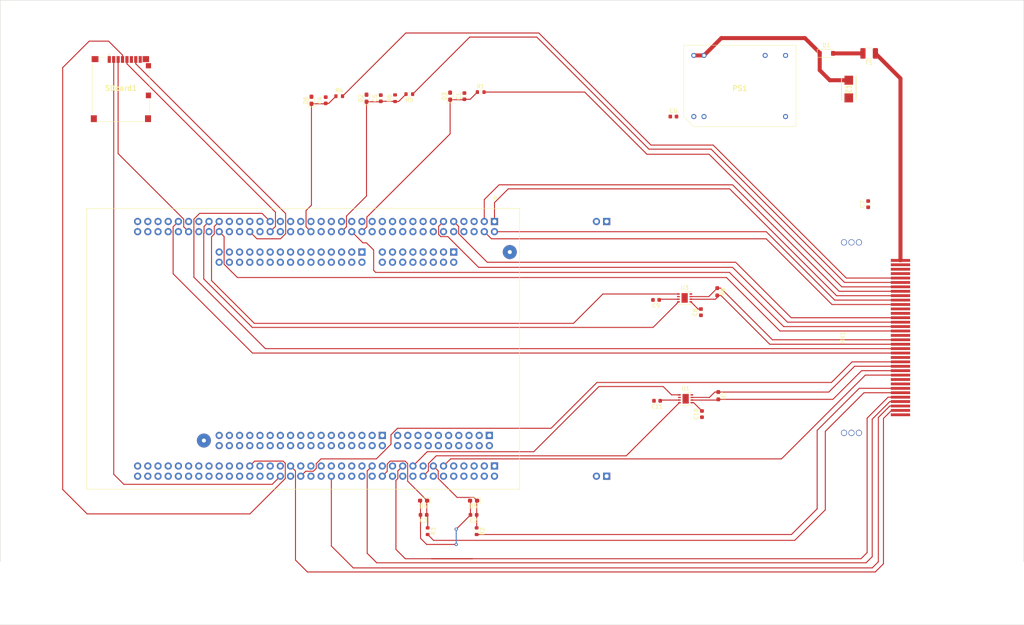
<source format=kicad_pcb>
(kicad_pcb (version 20171130) (host pcbnew "(5.1.8)-1")

  (general
    (thickness 1.6)
    (drawings 4)
    (tracks 306)
    (zones 0)
    (modules 33)
    (nets 59)
  )

  (page A4)
  (layers
    (0 Front_GND signal)
    (31 Back_GND signal)
    (32 B.Adhes user)
    (33 F.Adhes user)
    (34 B.Paste user)
    (35 F.Paste user)
    (36 B.SilkS user)
    (37 F.SilkS user)
    (38 B.Mask user)
    (39 F.Mask user)
    (40 Dwgs.User user)
    (41 Cmts.User user)
    (42 Eco1.User user)
    (43 Eco2.User user)
    (44 Edge.Cuts user)
    (45 Margin user)
    (46 B.CrtYd user)
    (47 F.CrtYd user)
    (48 B.Fab user)
    (49 F.Fab user)
  )

  (setup
    (last_trace_width 1)
    (user_trace_width 0.25)
    (user_trace_width 0.5)
    (user_trace_width 1)
    (user_trace_width 1.65)
    (trace_clearance 0.2)
    (zone_clearance 0.508)
    (zone_45_only no)
    (trace_min 0.25)
    (via_size 0.8)
    (via_drill 0.4)
    (via_min_size 0.4)
    (via_min_drill 0.3)
    (user_via 0.4 0.3)
    (user_via 0.8 0.3)
    (user_via 1 0.5)
    (user_via 2 1)
    (uvia_size 0.8)
    (uvia_drill 0.4)
    (uvias_allowed no)
    (uvia_min_size 0.4)
    (uvia_min_drill 0.3)
    (edge_width 0.1)
    (segment_width 0.2)
    (pcb_text_width 0.3)
    (pcb_text_size 1.5 1.5)
    (mod_edge_width 0.15)
    (mod_text_size 1 1)
    (mod_text_width 0.15)
    (pad_size 1.524 1.524)
    (pad_drill 0.762)
    (pad_to_mask_clearance 0.0508)
    (solder_mask_min_width 0.25)
    (aux_axis_origin 0 0)
    (visible_elements FFFFF77F)
    (pcbplotparams
      (layerselection 0x010fc_ffffffff)
      (usegerberextensions false)
      (usegerberattributes true)
      (usegerberadvancedattributes true)
      (creategerberjobfile true)
      (excludeedgelayer true)
      (linewidth 0.100000)
      (plotframeref false)
      (viasonmask false)
      (mode 1)
      (useauxorigin false)
      (hpglpennumber 1)
      (hpglpenspeed 20)
      (hpglpendiameter 15.000000)
      (psnegative false)
      (psa4output false)
      (plotreference true)
      (plotvalue true)
      (plotinvisibletext false)
      (padsonsilk false)
      (subtractmaskfromsilk false)
      (outputformat 1)
      (mirror false)
      (drillshape 1)
      (scaleselection 1)
      (outputdirectory ""))
  )

  (net 0 "")
  (net 1 GND)
  (net 2 SusDipsFiltered-FR)
  (net 3 SusDipsFiltered-FL)
  (net 4 SusDipsFiltered-RR)
  (net 5 SusDipsFiltered-RL)
  (net 6 ClutchPSFiltered)
  (net 7 12V_Ground)
  (net 8 "Net-(C6-Pad2)")
  (net 9 12V_IN)
  (net 10 +3V3)
  (net 11 +5V)
  (net 12 "Net-(D1-Pad2)")
  (net 13 12V_safe)
  (net 14 SusDips-RL)
  (net 15 SusDips-RR)
  (net 16 SusDips-FL)
  (net 17 SusDips-FR)
  (net 18 WSHE-RL)
  (net 19 WSHE-RR)
  (net 20 WSHE-FL)
  (net 21 WSHE-FR)
  (net 22 ClutchPS)
  (net 23 StearingAS)
  (net 24 4G-RX)
  (net 25 4G-TX)
  (net 26 VN-RX)
  (net 27 VN-TX)
  (net 28 GearPS-CS)
  (net 29 GearPS-MISO)
  (net 30 GearPS-MOSI)
  (net 31 GearPS-SCK)
  (net 32 CAN2.0-CANL)
  (net 33 CAN2.0-CANH)
  (net 34 CANFD-CANL)
  (net 35 CANFD-CANH)
  (net 36 Servo-IO)
  (net 37 Servo-RX)
  (net 38 Servo-TX)
  (net 39 "Net-(MX1-Pad4)")
  (net 40 "Net-(MX1-Pad3)")
  (net 41 "Net-(PS1-Pad11)")
  (net 42 "Net-(SDcard1-Pad1)")
  (net 43 SD-CS)
  (net 44 SD-MOSI)
  (net 45 SD-SCK)
  (net 46 SD-MISO)
  (net 47 "Net-(SDcard1-Pad8)")
  (net 48 CAN2.0-RX)
  (net 49 CAN2.0-TX)
  (net 50 CANFD-TX)
  (net 51 CANFD-RX)
  (net 52 "Net-(MX1-Pad36)")
  (net 53 "Net-(MX1-Pad29)")
  (net 54 "Net-(MX1-Pad28)")
  (net 55 "Net-(MX1-Pad13)")
  (net 56 "Net-(MX1-Pad23)")
  (net 57 "Net-(MX1-Pad18)")
  (net 58 "Net-(MX1-Pad12)")

  (net_class Default "This is the default net class."
    (clearance 0.2)
    (trace_width 0.25)
    (via_dia 0.8)
    (via_drill 0.4)
    (uvia_dia 0.8)
    (uvia_drill 0.4)
    (diff_pair_width 0.3)
    (diff_pair_gap 0.25)
    (add_net +3V3)
    (add_net +5V)
    (add_net 12V_Ground)
    (add_net 12V_IN)
    (add_net 12V_safe)
    (add_net 4G-RX)
    (add_net 4G-TX)
    (add_net CAN2.0-CANH)
    (add_net CAN2.0-CANL)
    (add_net CAN2.0-RX)
    (add_net CAN2.0-TX)
    (add_net CANFD-CANH)
    (add_net CANFD-CANL)
    (add_net CANFD-RX)
    (add_net CANFD-TX)
    (add_net ClutchPS)
    (add_net ClutchPSFiltered)
    (add_net GND)
    (add_net GearPS-CS)
    (add_net GearPS-MISO)
    (add_net GearPS-MOSI)
    (add_net GearPS-SCK)
    (add_net "Net-(C6-Pad2)")
    (add_net "Net-(D1-Pad2)")
    (add_net "Net-(MX1-Pad12)")
    (add_net "Net-(MX1-Pad13)")
    (add_net "Net-(MX1-Pad18)")
    (add_net "Net-(MX1-Pad23)")
    (add_net "Net-(MX1-Pad28)")
    (add_net "Net-(MX1-Pad29)")
    (add_net "Net-(MX1-Pad3)")
    (add_net "Net-(MX1-Pad36)")
    (add_net "Net-(MX1-Pad4)")
    (add_net "Net-(PS1-Pad11)")
    (add_net "Net-(SDcard1-Pad1)")
    (add_net "Net-(SDcard1-Pad8)")
    (add_net SD-CS)
    (add_net SD-MISO)
    (add_net SD-MOSI)
    (add_net SD-SCK)
    (add_net Servo-IO)
    (add_net Servo-RX)
    (add_net Servo-TX)
    (add_net StearingAS)
    (add_net SusDips-FL)
    (add_net SusDips-FR)
    (add_net SusDips-RL)
    (add_net SusDips-RR)
    (add_net SusDipsFiltered-FL)
    (add_net SusDipsFiltered-FR)
    (add_net SusDipsFiltered-RL)
    (add_net SusDipsFiltered-RR)
    (add_net VN-RX)
    (add_net VN-TX)
    (add_net WSHE-FL)
    (add_net WSHE-FR)
    (add_net WSHE-RL)
    (add_net WSHE-RR)
  )

  (module Teensy_Footprint_Library:MODULE_NUCLEO-F429ZI (layer Front_GND) (tedit 5FAC434D) (tstamp 5FF3BE79)
    (at 99.568 106.172 270)
    (path /5FF9575F)
    (fp_text reference U2 (at -30.955 -52.749 90) (layer F.SilkS)
      (effects (font (size 1.4 1.4) (thickness 0.015)))
    )
    (fp_text value NUCLEO-H745ZI-Q (at -17.693 57.876 90) (layer F.Fab)
      (effects (font (size 1.4 1.4) (thickness 0.015)))
    )
    (fp_line (start 1.24 60.15) (end 17.28 60.15) (layer F.CrtYd) (width 0.12))
    (fp_line (start 1.24 44.91) (end 1.24 60.15) (layer F.CrtYd) (width 0.12))
    (fp_line (start 17.28 44.91) (end 17.28 60.15) (layer F.CrtYd) (width 0.12))
    (fp_line (start 1.24 44.91) (end 17.28 44.91) (layer F.CrtYd) (width 0.12))
    (fp_line (start -35 56.51) (end -35 -51.33) (layer F.Fab) (width 0.127))
    (fp_line (start 35 -51.33) (end 35 56.51) (layer F.Fab) (width 0.127))
    (fp_line (start 35 56.51) (end -35 56.51) (layer F.Fab) (width 0.127))
    (fp_line (start -35 -51.33) (end 35 -51.33) (layer F.Fab) (width 0.127))
    (fp_line (start -35 56.51) (end -35 -51.33) (layer F.SilkS) (width 0.127))
    (fp_line (start -35 -51.33) (end 35 -51.33) (layer F.SilkS) (width 0.127))
    (fp_line (start 35 -51.33) (end 35 56.51) (layer F.SilkS) (width 0.127))
    (fp_line (start 35 56.51) (end -35 56.51) (layer F.SilkS) (width 0.127))
    (fp_circle (center -37.6 -45.26) (end -37.4 -45.26) (layer F.SilkS) (width 0.4))
    (fp_circle (center -37.6 -45.26) (end -37.4 -45.26) (layer F.Fab) (width 0.4))
    (fp_line (start -35 56.51) (end -35 -76.83) (layer F.CrtYd) (width 0.05))
    (fp_line (start -35 -76.83) (end 35 -76.83) (layer F.CrtYd) (width 0.05))
    (fp_line (start 35 -76.83) (end 35 56.51) (layer F.CrtYd) (width 0.05))
    (fp_line (start 35 56.51) (end -35 56.51) (layer F.CrtYd) (width 0.05))
    (pad CN11_1 thru_hole rect (at -31.75 -45.09 270) (size 1.8 1.8) (drill 1) (layers *.Cu *.Mask)
      (net 27 VN-TX))
    (pad CN11_2 thru_hole circle (at -29.21 -45.09 270) (size 1.8 1.8) (drill 1) (layers *.Cu *.Mask)
      (net 26 VN-RX))
    (pad CN11_3 thru_hole circle (at -31.75 -42.55 270) (size 1.8 1.8) (drill 1) (layers *.Cu *.Mask)
      (net 25 4G-TX))
    (pad CN11_4 thru_hole circle (at -29.21 -42.55 270) (size 1.8 1.8) (drill 1) (layers *.Cu *.Mask)
      (net 24 4G-RX))
    (pad CN11_5 thru_hole circle (at -31.75 -40.01 270) (size 1.8 1.8) (drill 1) (layers *.Cu *.Mask))
    (pad CN11_6 thru_hole circle (at -29.21 -40.01 270) (size 1.8 1.8) (drill 1) (layers *.Cu *.Mask)
      (net 11 +5V))
    (pad CN11_7 thru_hole circle (at -31.75 -37.47 270) (size 1.8 1.8) (drill 1) (layers *.Cu *.Mask))
    (pad CN11_8 thru_hole circle (at -29.21 -37.47 270) (size 1.8 1.8) (drill 1) (layers *.Cu *.Mask)
      (net 1 GND))
    (pad CN11_9 thru_hole circle (at -31.75 -34.93 270) (size 1.8 1.8) (drill 1) (layers *.Cu *.Mask)
      (net 37 Servo-RX))
    (pad CN11_10 thru_hole circle (at -29.21 -34.93 270) (size 1.8 1.8) (drill 1) (layers *.Cu *.Mask))
    (pad CN11_11 thru_hole circle (at -31.75 -32.39 270) (size 1.8 1.8) (drill 1) (layers *.Cu *.Mask)
      (net 38 Servo-TX))
    (pad CN11_12 thru_hole circle (at -29.21 -32.39 270) (size 1.8 1.8) (drill 1) (layers *.Cu *.Mask))
    (pad CN11_13 thru_hole circle (at -31.75 -29.85 270) (size 1.8 1.8) (drill 1) (layers *.Cu *.Mask))
    (pad CN11_14 thru_hole circle (at -29.21 -29.85 270) (size 1.8 1.8) (drill 1) (layers *.Cu *.Mask))
    (pad CN11_15 thru_hole circle (at -31.75 -27.31 270) (size 1.8 1.8) (drill 1) (layers *.Cu *.Mask))
    (pad CN11_16 thru_hole circle (at -29.21 -27.31 270) (size 1.8 1.8) (drill 1) (layers *.Cu *.Mask))
    (pad CN11_17 thru_hole circle (at -31.75 -24.77 270) (size 1.8 1.8) (drill 1) (layers *.Cu *.Mask))
    (pad CN11_18 thru_hole circle (at -29.21 -24.77 270) (size 1.8 1.8) (drill 1) (layers *.Cu *.Mask))
    (pad CN11_19 thru_hole circle (at -31.75 -22.23 270) (size 1.8 1.8) (drill 1) (layers *.Cu *.Mask))
    (pad CN11_20 thru_hole circle (at -29.21 -22.23 270) (size 1.8 1.8) (drill 1) (layers *.Cu *.Mask))
    (pad CN11_21 thru_hole circle (at -31.75 -19.69 270) (size 1.8 1.8) (drill 1) (layers *.Cu *.Mask))
    (pad CN11_22 thru_hole circle (at -29.21 -19.69 270) (size 1.8 1.8) (drill 1) (layers *.Cu *.Mask))
    (pad CN11_23 thru_hole circle (at -31.75 -17.15 270) (size 1.8 1.8) (drill 1) (layers *.Cu *.Mask))
    (pad CN11_24 thru_hole circle (at -29.21 -17.15 270) (size 1.8 1.8) (drill 1) (layers *.Cu *.Mask))
    (pad CN11_25 thru_hole circle (at -31.75 -14.61 270) (size 1.8 1.8) (drill 1) (layers *.Cu *.Mask))
    (pad CN11_26 thru_hole circle (at -29.21 -14.61 270) (size 1.8 1.8) (drill 1) (layers *.Cu *.Mask))
    (pad CN11_27 thru_hole circle (at -31.75 -12.07 270) (size 1.8 1.8) (drill 1) (layers *.Cu *.Mask))
    (pad CN11_28 thru_hole circle (at -29.21 -12.07 270) (size 1.8 1.8) (drill 1) (layers *.Cu *.Mask)
      (net 2 SusDipsFiltered-FR))
    (pad CN11_29 thru_hole circle (at -31.75 -9.53 270) (size 1.8 1.8) (drill 1) (layers *.Cu *.Mask))
    (pad CN11_30 thru_hole circle (at -29.21 -9.53 270) (size 1.8 1.8) (drill 1) (layers *.Cu *.Mask)
      (net 18 WSHE-RL))
    (pad CN11_31 thru_hole circle (at -31.75 -6.99 270) (size 1.8 1.8) (drill 1) (layers *.Cu *.Mask))
    (pad CN11_32 thru_hole circle (at -29.21 -6.99 270) (size 1.8 1.8) (drill 1) (layers *.Cu *.Mask)
      (net 6 ClutchPSFiltered))
    (pad CN11_33 thru_hole circle (at -31.75 -4.45 270) (size 1.8 1.8) (drill 1) (layers *.Cu *.Mask))
    (pad CN11_34 thru_hole circle (at -29.21 -4.45 270) (size 1.8 1.8) (drill 1) (layers *.Cu *.Mask))
    (pad CN11_35 thru_hole circle (at -31.75 -1.91 270) (size 1.8 1.8) (drill 1) (layers *.Cu *.Mask))
    (pad CN11_36 thru_hole circle (at -29.21 -1.91 270) (size 1.8 1.8) (drill 1) (layers *.Cu *.Mask))
    (pad CN11_37 thru_hole circle (at -31.75 0.63 270) (size 1.8 1.8) (drill 1) (layers *.Cu *.Mask))
    (pad CN11_38 thru_hole circle (at -29.21 0.63 270) (size 1.8 1.8) (drill 1) (layers *.Cu *.Mask)
      (net 5 SusDipsFiltered-RL))
    (pad CN11_39 thru_hole circle (at -31.75 3.17 270) (size 1.8 1.8) (drill 1) (layers *.Cu *.Mask))
    (pad CN11_40 thru_hole circle (at -29.21 3.17 270) (size 1.8 1.8) (drill 1) (layers *.Cu *.Mask))
    (pad CN11_41 thru_hole circle (at -31.75 5.71 270) (size 1.8 1.8) (drill 1) (layers *.Cu *.Mask))
    (pad CN11_42 thru_hole circle (at -29.21 5.71 270) (size 1.8 1.8) (drill 1) (layers *.Cu *.Mask))
    (pad CN11_43 thru_hole circle (at -31.75 8.25 270) (size 1.8 1.8) (drill 1) (layers *.Cu *.Mask))
    (pad CN11_44 thru_hole circle (at -29.21 8.25 270) (size 1.8 1.8) (drill 1) (layers *.Cu *.Mask))
    (pad CN11_45 thru_hole circle (at -31.75 10.79 270) (size 1.8 1.8) (drill 1) (layers *.Cu *.Mask)
      (net 30 GearPS-MOSI))
    (pad CN11_46 thru_hole circle (at -29.21 10.79 270) (size 1.8 1.8) (drill 1) (layers *.Cu *.Mask)
      (net 45 SD-SCK))
    (pad CN11_47 thru_hole circle (at -31.75 13.33 270) (size 1.8 1.8) (drill 1) (layers *.Cu *.Mask))
    (pad CN11_48 thru_hole circle (at -29.21 13.33 270) (size 1.8 1.8) (drill 1) (layers *.Cu *.Mask))
    (pad CN11_49 thru_hole circle (at -31.75 15.87 270) (size 1.8 1.8) (drill 1) (layers *.Cu *.Mask))
    (pad CN11_50 thru_hole circle (at -29.21 15.87 270) (size 1.8 1.8) (drill 1) (layers *.Cu *.Mask)
      (net 46 SD-MISO))
    (pad CN11_51 thru_hole circle (at -31.75 18.41 270) (size 1.8 1.8) (drill 1) (layers *.Cu *.Mask))
    (pad CN11_52 thru_hole circle (at -29.21 18.41 270) (size 1.8 1.8) (drill 1) (layers *.Cu *.Mask))
    (pad CN11_53 thru_hole circle (at -31.75 20.95 270) (size 1.8 1.8) (drill 1) (layers *.Cu *.Mask))
    (pad CN11_54 thru_hole circle (at -29.21 20.95 270) (size 1.8 1.8) (drill 1) (layers *.Cu *.Mask))
    (pad CN11_55 thru_hole circle (at -31.75 23.49 270) (size 1.8 1.8) (drill 1) (layers *.Cu *.Mask)
      (net 50 CANFD-TX))
    (pad CN11_56 thru_hole circle (at -29.21 23.49 270) (size 1.8 1.8) (drill 1) (layers *.Cu *.Mask)
      (net 36 Servo-IO))
    (pad CN11_57 thru_hole circle (at -31.75 26.03 270) (size 1.8 1.8) (drill 1) (layers *.Cu *.Mask)
      (net 51 CANFD-RX))
    (pad CN11_58 thru_hole circle (at -29.21 26.03 270) (size 1.8 1.8) (drill 1) (layers *.Cu *.Mask))
    (pad CN11_59 thru_hole circle (at -31.75 28.57 270) (size 1.8 1.8) (drill 1) (layers *.Cu *.Mask))
    (pad CN11_60 thru_hole circle (at -29.21 28.57 270) (size 1.8 1.8) (drill 1) (layers *.Cu *.Mask))
    (pad CN11_61 thru_hole circle (at -31.75 31.11 270) (size 1.8 1.8) (drill 1) (layers *.Cu *.Mask))
    (pad CN11_62 thru_hole circle (at -29.21 31.11 270) (size 1.8 1.8) (drill 1) (layers *.Cu *.Mask)
      (net 44 SD-MOSI))
    (pad CN11_63 thru_hole circle (at -31.75 33.65 270) (size 1.8 1.8) (drill 1) (layers *.Cu *.Mask)
      (net 29 GearPS-MISO))
    (pad CN11_64 thru_hole circle (at -29.21 33.65 270) (size 1.8 1.8) (drill 1) (layers *.Cu *.Mask))
    (pad CN11_65 thru_hole circle (at -31.75 36.19 270) (size 1.8 1.8) (drill 1) (layers *.Cu *.Mask))
    (pad CN11_66 thru_hole circle (at -29.21 36.19 270) (size 1.8 1.8) (drill 1) (layers *.Cu *.Mask))
    (pad CN11_67 thru_hole circle (at -31.75 38.73 270) (size 1.8 1.8) (drill 1) (layers *.Cu *.Mask))
    (pad CN11_68 thru_hole circle (at -29.21 38.73 270) (size 1.8 1.8) (drill 1) (layers *.Cu *.Mask))
    (pad CN11_69 thru_hole circle (at -31.75 41.27 270) (size 1.8 1.8) (drill 1) (layers *.Cu *.Mask))
    (pad CN11_70 thru_hole circle (at -29.21 41.27 270) (size 1.8 1.8) (drill 1) (layers *.Cu *.Mask))
    (pad CN11_71 thru_hole circle (at -31.75 43.81 270) (size 1.8 1.8) (drill 1) (layers *.Cu *.Mask))
    (pad CN11_72 thru_hole circle (at -29.21 43.81 270) (size 1.8 1.8) (drill 1) (layers *.Cu *.Mask))
    (pad CN8_1 thru_hole rect (at -24.13 -34.93 270) (size 1.8 1.8) (drill 1) (layers *.Cu *.Mask))
    (pad CN8_2 thru_hole circle (at -21.59 -34.93 270) (size 1.8 1.8) (drill 1) (layers *.Cu *.Mask))
    (pad CN8_3 thru_hole circle (at -24.13 -32.39 270) (size 1.8 1.8) (drill 1) (layers *.Cu *.Mask))
    (pad CN8_4 thru_hole circle (at -21.59 -32.39 270) (size 1.8 1.8) (drill 1) (layers *.Cu *.Mask))
    (pad CN8_5 thru_hole circle (at -24.13 -29.85 270) (size 1.8 1.8) (drill 1) (layers *.Cu *.Mask))
    (pad CN8_6 thru_hole circle (at -21.59 -29.85 270) (size 1.8 1.8) (drill 1) (layers *.Cu *.Mask))
    (pad CN8_7 thru_hole circle (at -24.13 -27.31 270) (size 1.8 1.8) (drill 1) (layers *.Cu *.Mask))
    (pad CN8_8 thru_hole circle (at -21.59 -27.31 270) (size 1.8 1.8) (drill 1) (layers *.Cu *.Mask))
    (pad CN8_9 thru_hole circle (at -24.13 -24.77 270) (size 1.8 1.8) (drill 1) (layers *.Cu *.Mask))
    (pad CN8_10 thru_hole circle (at -21.59 -24.77 270) (size 1.8 1.8) (drill 1) (layers *.Cu *.Mask))
    (pad CN8_11 thru_hole circle (at -24.13 -22.23 270) (size 1.8 1.8) (drill 1) (layers *.Cu *.Mask))
    (pad CN8_12 thru_hole circle (at -21.59 -22.23 270) (size 1.8 1.8) (drill 1) (layers *.Cu *.Mask))
    (pad CN8_13 thru_hole circle (at -24.13 -19.69 270) (size 1.8 1.8) (drill 1) (layers *.Cu *.Mask))
    (pad CN8_14 thru_hole circle (at -21.59 -19.69 270) (size 1.8 1.8) (drill 1) (layers *.Cu *.Mask))
    (pad CN8_15 thru_hole circle (at -24.13 -17.15 270) (size 1.8 1.8) (drill 1) (layers *.Cu *.Mask))
    (pad CN8_16 thru_hole circle (at -21.59 -17.15 270) (size 1.8 1.8) (drill 1) (layers *.Cu *.Mask))
    (pad CN9_1 thru_hole rect (at -24.13 -12.07 270) (size 1.8 1.8) (drill 1) (layers *.Cu *.Mask))
    (pad CN9_2 thru_hole circle (at -21.59 -12.07 270) (size 1.8 1.8) (drill 1) (layers *.Cu *.Mask))
    (pad CN9_3 thru_hole circle (at -24.13 -9.53 270) (size 1.8 1.8) (drill 1) (layers *.Cu *.Mask))
    (pad CN9_4 thru_hole circle (at -21.59 -9.53 270) (size 1.8 1.8) (drill 1) (layers *.Cu *.Mask))
    (pad CN9_5 thru_hole circle (at -24.13 -6.99 270) (size 1.8 1.8) (drill 1) (layers *.Cu *.Mask))
    (pad CN9_6 thru_hole circle (at -21.59 -6.99 270) (size 1.8 1.8) (drill 1) (layers *.Cu *.Mask))
    (pad CN9_7 thru_hole circle (at -24.13 -4.45 270) (size 1.8 1.8) (drill 1) (layers *.Cu *.Mask))
    (pad CN9_8 thru_hole circle (at -21.59 -4.45 270) (size 1.8 1.8) (drill 1) (layers *.Cu *.Mask))
    (pad CN9_9 thru_hole circle (at -24.13 -1.91 270) (size 1.8 1.8) (drill 1) (layers *.Cu *.Mask))
    (pad CN9_10 thru_hole circle (at -21.59 -1.91 270) (size 1.8 1.8) (drill 1) (layers *.Cu *.Mask))
    (pad CN9_11 thru_hole circle (at -24.13 0.63 270) (size 1.8 1.8) (drill 1) (layers *.Cu *.Mask))
    (pad CN9_12 thru_hole circle (at -21.59 0.63 270) (size 1.8 1.8) (drill 1) (layers *.Cu *.Mask))
    (pad CN9_13 thru_hole circle (at -24.13 3.17 270) (size 1.8 1.8) (drill 1) (layers *.Cu *.Mask))
    (pad CN9_14 thru_hole circle (at -21.59 3.17 270) (size 1.8 1.8) (drill 1) (layers *.Cu *.Mask))
    (pad CN9_15 thru_hole circle (at -24.13 5.71 270) (size 1.8 1.8) (drill 1) (layers *.Cu *.Mask))
    (pad CN9_16 thru_hole circle (at -21.59 5.71 270) (size 1.8 1.8) (drill 1) (layers *.Cu *.Mask))
    (pad CN9_17 thru_hole circle (at -24.13 8.25 270) (size 1.8 1.8) (drill 1) (layers *.Cu *.Mask))
    (pad CN9_18 thru_hole circle (at -21.59 8.25 270) (size 1.8 1.8) (drill 1) (layers *.Cu *.Mask))
    (pad CN9_19 thru_hole circle (at -24.13 10.79 270) (size 1.8 1.8) (drill 1) (layers *.Cu *.Mask))
    (pad CN9_20 thru_hole circle (at -21.59 10.79 270) (size 1.8 1.8) (drill 1) (layers *.Cu *.Mask))
    (pad CN9_21 thru_hole circle (at -24.13 13.33 270) (size 1.8 1.8) (drill 1) (layers *.Cu *.Mask))
    (pad CN9_22 thru_hole circle (at -21.59 13.33 270) (size 1.8 1.8) (drill 1) (layers *.Cu *.Mask))
    (pad CN9_23 thru_hole circle (at -24.13 15.87 270) (size 1.8 1.8) (drill 1) (layers *.Cu *.Mask))
    (pad CN9_24 thru_hole circle (at -21.59 15.87 270) (size 1.8 1.8) (drill 1) (layers *.Cu *.Mask))
    (pad CN9_25 thru_hole circle (at -24.13 18.41 270) (size 1.8 1.8) (drill 1) (layers *.Cu *.Mask))
    (pad CN9_26 thru_hole circle (at -21.59 18.41 270) (size 1.8 1.8) (drill 1) (layers *.Cu *.Mask))
    (pad CN9_27 thru_hole circle (at -24.13 20.95 270) (size 1.8 1.8) (drill 1) (layers *.Cu *.Mask))
    (pad CN9_28 thru_hole circle (at -21.59 20.95 270) (size 1.8 1.8) (drill 1) (layers *.Cu *.Mask))
    (pad CN9_29 thru_hole circle (at -24.13 23.49 270) (size 1.8 1.8) (drill 1) (layers *.Cu *.Mask))
    (pad CN9_30 thru_hole circle (at -21.59 23.49 270) (size 1.8 1.8) (drill 1) (layers *.Cu *.Mask))
    (pad CN7_1 thru_hole rect (at 21.59 -43.82 270) (size 1.8 1.8) (drill 1) (layers *.Cu *.Mask))
    (pad CN7_2 thru_hole circle (at 24.13 -43.82 270) (size 1.8 1.8) (drill 1) (layers *.Cu *.Mask))
    (pad CN7_3 thru_hole circle (at 21.59 -41.28 270) (size 1.8 1.8) (drill 1) (layers *.Cu *.Mask))
    (pad CN7_4 thru_hole circle (at 24.13 -41.28 270) (size 1.8 1.8) (drill 1) (layers *.Cu *.Mask))
    (pad CN7_5 thru_hole circle (at 21.59 -38.74 270) (size 1.8 1.8) (drill 1) (layers *.Cu *.Mask))
    (pad CN7_6 thru_hole circle (at 24.13 -38.74 270) (size 1.8 1.8) (drill 1) (layers *.Cu *.Mask))
    (pad CN7_7 thru_hole circle (at 21.59 -36.2 270) (size 1.8 1.8) (drill 1) (layers *.Cu *.Mask))
    (pad CN7_8 thru_hole circle (at 24.13 -36.2 270) (size 1.8 1.8) (drill 1) (layers *.Cu *.Mask))
    (pad CN7_9 thru_hole circle (at 21.59 -33.66 270) (size 1.8 1.8) (drill 1) (layers *.Cu *.Mask))
    (pad CN7_10 thru_hole circle (at 24.13 -33.66 270) (size 1.8 1.8) (drill 1) (layers *.Cu *.Mask))
    (pad CN7_11 thru_hole circle (at 21.59 -31.12 270) (size 1.8 1.8) (drill 1) (layers *.Cu *.Mask))
    (pad CN7_12 thru_hole circle (at 24.13 -31.12 270) (size 1.8 1.8) (drill 1) (layers *.Cu *.Mask))
    (pad CN7_13 thru_hole circle (at 21.59 -28.58 270) (size 1.8 1.8) (drill 1) (layers *.Cu *.Mask))
    (pad CN7_14 thru_hole circle (at 24.13 -28.58 270) (size 1.8 1.8) (drill 1) (layers *.Cu *.Mask))
    (pad CN7_15 thru_hole circle (at 21.59 -26.04 270) (size 1.8 1.8) (drill 1) (layers *.Cu *.Mask))
    (pad CN7_16 thru_hole circle (at 24.13 -26.04 270) (size 1.8 1.8) (drill 1) (layers *.Cu *.Mask))
    (pad CN7_17 thru_hole circle (at 21.59 -23.5 270) (size 1.8 1.8) (drill 1) (layers *.Cu *.Mask))
    (pad CN7_18 thru_hole circle (at 24.13 -23.5 270) (size 1.8 1.8) (drill 1) (layers *.Cu *.Mask))
    (pad CN7_19 thru_hole circle (at 21.59 -20.96 270) (size 1.8 1.8) (drill 1) (layers *.Cu *.Mask))
    (pad CN7_20 thru_hole circle (at 24.13 -20.96 270) (size 1.8 1.8) (drill 1) (layers *.Cu *.Mask))
    (pad CN10_1 thru_hole rect (at 21.59 -17.15 270) (size 1.8 1.8) (drill 1) (layers *.Cu *.Mask))
    (pad CN10_2 thru_hole circle (at 24.13 -17.15 270) (size 1.8 1.8) (drill 1) (layers *.Cu *.Mask))
    (pad CN10_3 thru_hole circle (at 21.59 -14.61 270) (size 1.8 1.8) (drill 1) (layers *.Cu *.Mask))
    (pad CN10_4 thru_hole circle (at 24.13 -14.61 270) (size 1.8 1.8) (drill 1) (layers *.Cu *.Mask))
    (pad CN10_5 thru_hole circle (at 21.59 -12.07 270) (size 1.8 1.8) (drill 1) (layers *.Cu *.Mask))
    (pad CN10_6 thru_hole circle (at 24.13 -12.07 270) (size 1.8 1.8) (drill 1) (layers *.Cu *.Mask))
    (pad CN10_7 thru_hole circle (at 21.59 -9.53 270) (size 1.8 1.8) (drill 1) (layers *.Cu *.Mask))
    (pad CN10_8 thru_hole circle (at 24.13 -9.53 270) (size 1.8 1.8) (drill 1) (layers *.Cu *.Mask))
    (pad CN10_9 thru_hole circle (at 21.59 -6.99 270) (size 1.8 1.8) (drill 1) (layers *.Cu *.Mask))
    (pad CN10_10 thru_hole circle (at 24.13 -6.99 270) (size 1.8 1.8) (drill 1) (layers *.Cu *.Mask))
    (pad CN10_11 thru_hole circle (at 21.59 -4.45 270) (size 1.8 1.8) (drill 1) (layers *.Cu *.Mask))
    (pad CN10_12 thru_hole circle (at 24.13 -4.45 270) (size 1.8 1.8) (drill 1) (layers *.Cu *.Mask))
    (pad CN10_13 thru_hole circle (at 21.59 -1.91 270) (size 1.8 1.8) (drill 1) (layers *.Cu *.Mask))
    (pad CN10_14 thru_hole circle (at 24.13 -1.91 270) (size 1.8 1.8) (drill 1) (layers *.Cu *.Mask))
    (pad CN10_15 thru_hole circle (at 21.59 0.63 270) (size 1.8 1.8) (drill 1) (layers *.Cu *.Mask))
    (pad CN10_16 thru_hole circle (at 24.13 0.63 270) (size 1.8 1.8) (drill 1) (layers *.Cu *.Mask))
    (pad CN10_17 thru_hole circle (at 21.59 3.17 270) (size 1.8 1.8) (drill 1) (layers *.Cu *.Mask))
    (pad CN10_18 thru_hole circle (at 24.13 3.17 270) (size 1.8 1.8) (drill 1) (layers *.Cu *.Mask))
    (pad CN10_19 thru_hole circle (at 21.59 5.71 270) (size 1.8 1.8) (drill 1) (layers *.Cu *.Mask))
    (pad CN10_20 thru_hole circle (at 24.13 5.71 270) (size 1.8 1.8) (drill 1) (layers *.Cu *.Mask))
    (pad CN10_21 thru_hole circle (at 21.59 8.25 270) (size 1.8 1.8) (drill 1) (layers *.Cu *.Mask))
    (pad CN10_22 thru_hole circle (at 24.13 8.25 270) (size 1.8 1.8) (drill 1) (layers *.Cu *.Mask))
    (pad CN10_23 thru_hole circle (at 21.59 10.79 270) (size 1.8 1.8) (drill 1) (layers *.Cu *.Mask))
    (pad CN10_24 thru_hole circle (at 24.13 10.79 270) (size 1.8 1.8) (drill 1) (layers *.Cu *.Mask))
    (pad CN10_25 thru_hole circle (at 21.59 13.33 270) (size 1.8 1.8) (drill 1) (layers *.Cu *.Mask))
    (pad CN10_26 thru_hole circle (at 24.13 13.33 270) (size 1.8 1.8) (drill 1) (layers *.Cu *.Mask))
    (pad CN10_27 thru_hole circle (at 21.59 15.87 270) (size 1.8 1.8) (drill 1) (layers *.Cu *.Mask))
    (pad CN10_28 thru_hole circle (at 24.13 15.87 270) (size 1.8 1.8) (drill 1) (layers *.Cu *.Mask))
    (pad CN10_29 thru_hole circle (at 21.59 18.41 270) (size 1.8 1.8) (drill 1) (layers *.Cu *.Mask))
    (pad CN10_30 thru_hole circle (at 24.13 18.41 270) (size 1.8 1.8) (drill 1) (layers *.Cu *.Mask))
    (pad CN10_31 thru_hole circle (at 21.59 20.95 270) (size 1.8 1.8) (drill 1) (layers *.Cu *.Mask))
    (pad CN10_32 thru_hole circle (at 24.13 20.95 270) (size 1.8 1.8) (drill 1) (layers *.Cu *.Mask))
    (pad CN10_33 thru_hole circle (at 21.59 23.49 270) (size 1.8 1.8) (drill 1) (layers *.Cu *.Mask))
    (pad CN10_34 thru_hole circle (at 24.13 23.49 270) (size 1.8 1.8) (drill 1) (layers *.Cu *.Mask))
    (pad CN12_1 thru_hole rect (at 29.21 -45.09 270) (size 1.8 1.8) (drill 1) (layers *.Cu *.Mask))
    (pad CN12_2 thru_hole circle (at 31.75 -45.09 270) (size 1.8 1.8) (drill 1) (layers *.Cu *.Mask))
    (pad CN12_3 thru_hole circle (at 29.21 -42.55 270) (size 1.8 1.8) (drill 1) (layers *.Cu *.Mask))
    (pad CN12_4 thru_hole circle (at 31.75 -42.55 270) (size 1.8 1.8) (drill 1) (layers *.Cu *.Mask))
    (pad CN12_5 thru_hole circle (at 29.21 -40.01 270) (size 1.8 1.8) (drill 1) (layers *.Cu *.Mask))
    (pad CN12_6 thru_hole circle (at 31.75 -40.01 270) (size 1.8 1.8) (drill 1) (layers *.Cu *.Mask))
    (pad CN12_7 thru_hole circle (at 29.21 -37.47 270) (size 1.8 1.8) (drill 1) (layers *.Cu *.Mask))
    (pad CN12_8 thru_hole circle (at 31.75 -37.47 270) (size 1.8 1.8) (drill 1) (layers *.Cu *.Mask))
    (pad CN12_9 thru_hole circle (at 29.21 -34.93 270) (size 1.8 1.8) (drill 1) (layers *.Cu *.Mask))
    (pad CN12_10 thru_hole circle (at 31.75 -34.93 270) (size 1.8 1.8) (drill 1) (layers *.Cu *.Mask))
    (pad CN12_11 thru_hole circle (at 29.21 -32.39 270) (size 1.8 1.8) (drill 1) (layers *.Cu *.Mask)
      (net 31 GearPS-SCK))
    (pad CN12_12 thru_hole circle (at 31.75 -32.39 270) (size 1.8 1.8) (drill 1) (layers *.Cu *.Mask))
    (pad CN12_13 thru_hole circle (at 29.21 -29.85 270) (size 1.8 1.8) (drill 1) (layers *.Cu *.Mask)
      (net 3 SusDipsFiltered-FL))
    (pad CN12_14 thru_hole circle (at 31.75 -29.85 270) (size 1.8 1.8) (drill 1) (layers *.Cu *.Mask))
    (pad CN12_15 thru_hole circle (at 29.21 -27.31 270) (size 1.8 1.8) (drill 1) (layers *.Cu *.Mask))
    (pad CN12_16 thru_hole circle (at 31.75 -27.31 270) (size 1.8 1.8) (drill 1) (layers *.Cu *.Mask)
      (net 48 CAN2.0-RX))
    (pad CN12_17 thru_hole circle (at 29.21 -24.77 270) (size 1.8 1.8) (drill 1) (layers *.Cu *.Mask)
      (net 49 CAN2.0-TX))
    (pad CN12_18 thru_hole circle (at 31.75 -24.77 270) (size 1.8 1.8) (drill 1) (layers *.Cu *.Mask))
    (pad CN12_19 thru_hole circle (at 29.21 -22.23 270) (size 1.8 1.8) (drill 1) (layers *.Cu *.Mask)
      (net 20 WSHE-FL))
    (pad CN12_20 thru_hole circle (at 31.75 -22.23 270) (size 1.8 1.8) (drill 1) (layers *.Cu *.Mask))
    (pad CN12_21 thru_hole circle (at 29.21 -19.69 270) (size 1.8 1.8) (drill 1) (layers *.Cu *.Mask))
    (pad CN12_22 thru_hole circle (at 31.75 -19.69 270) (size 1.8 1.8) (drill 1) (layers *.Cu *.Mask))
    (pad CN12_23 thru_hole circle (at 29.21 -17.15 270) (size 1.8 1.8) (drill 1) (layers *.Cu *.Mask))
    (pad CN12_24 thru_hole circle (at 31.75 -17.15 270) (size 1.8 1.8) (drill 1) (layers *.Cu *.Mask)
      (net 4 SusDipsFiltered-RR))
    (pad CN12_25 thru_hole circle (at 29.21 -14.61 270) (size 1.8 1.8) (drill 1) (layers *.Cu *.Mask)
      (net 21 WSHE-FR))
    (pad CN12_26 thru_hole circle (at 31.75 -14.61 270) (size 1.8 1.8) (drill 1) (layers *.Cu *.Mask))
    (pad CN12_27 thru_hole circle (at 29.21 -12.07 270) (size 1.8 1.8) (drill 1) (layers *.Cu *.Mask))
    (pad CN12_28 thru_hole circle (at 31.75 -12.07 270) (size 1.8 1.8) (drill 1) (layers *.Cu *.Mask))
    (pad CN12_29 thru_hole circle (at 29.21 -9.53 270) (size 1.8 1.8) (drill 1) (layers *.Cu *.Mask))
    (pad CN12_30 thru_hole circle (at 31.75 -9.53 270) (size 1.8 1.8) (drill 1) (layers *.Cu *.Mask))
    (pad CN12_31 thru_hole circle (at 29.21 -6.99 270) (size 1.8 1.8) (drill 1) (layers *.Cu *.Mask))
    (pad CN12_32 thru_hole circle (at 31.75 -6.99 270) (size 1.8 1.8) (drill 1) (layers *.Cu *.Mask))
    (pad CN12_33 thru_hole circle (at 29.21 -4.45 270) (size 1.8 1.8) (drill 1) (layers *.Cu *.Mask))
    (pad CN12_34 thru_hole circle (at 31.75 -4.45 270) (size 1.8 1.8) (drill 1) (layers *.Cu *.Mask)
      (net 23 StearingAS))
    (pad CN12_35 thru_hole circle (at 29.21 -1.91 270) (size 1.8 1.8) (drill 1) (layers *.Cu *.Mask))
    (pad CN12_36 thru_hole circle (at 31.75 -1.91 270) (size 1.8 1.8) (drill 1) (layers *.Cu *.Mask))
    (pad CN12_37 thru_hole circle (at 29.21 0.63 270) (size 1.8 1.8) (drill 1) (layers *.Cu *.Mask))
    (pad CN12_38 thru_hole circle (at 31.75 0.63 270) (size 1.8 1.8) (drill 1) (layers *.Cu *.Mask))
    (pad CN12_39 thru_hole circle (at 29.21 3.17 270) (size 1.8 1.8) (drill 1) (layers *.Cu *.Mask))
    (pad CN12_40 thru_hole circle (at 31.75 3.17 270) (size 1.8 1.8) (drill 1) (layers *.Cu *.Mask)
      (net 28 GearPS-CS))
    (pad CN12_41 thru_hole circle (at 29.21 5.71 270) (size 1.8 1.8) (drill 1) (layers *.Cu *.Mask)
      (net 19 WSHE-RR))
    (pad CN12_42 thru_hole circle (at 31.75 5.71 270) (size 1.8 1.8) (drill 1) (layers *.Cu *.Mask))
    (pad CN12_43 thru_hole circle (at 29.21 8.25 270) (size 1.8 1.8) (drill 1) (layers *.Cu *.Mask))
    (pad CN12_44 thru_hole circle (at 31.75 8.25 270) (size 1.8 1.8) (drill 1) (layers *.Cu *.Mask)
      (net 43 SD-CS))
    (pad CN12_45 thru_hole circle (at 29.21 10.79 270) (size 1.8 1.8) (drill 1) (layers *.Cu *.Mask))
    (pad CN12_46 thru_hole circle (at 31.75 10.79 270) (size 1.8 1.8) (drill 1) (layers *.Cu *.Mask))
    (pad CN12_47 thru_hole circle (at 29.21 13.33 270) (size 1.8 1.8) (drill 1) (layers *.Cu *.Mask))
    (pad CN12_48 thru_hole circle (at 31.75 13.33 270) (size 1.8 1.8) (drill 1) (layers *.Cu *.Mask))
    (pad CN12_49 thru_hole circle (at 29.21 15.87 270) (size 1.8 1.8) (drill 1) (layers *.Cu *.Mask)
      (net 10 +3V3))
    (pad CN12_50 thru_hole circle (at 31.75 15.87 270) (size 1.8 1.8) (drill 1) (layers *.Cu *.Mask))
    (pad CN12_51 thru_hole circle (at 29.21 18.41 270) (size 1.8 1.8) (drill 1) (layers *.Cu *.Mask))
    (pad CN12_52 thru_hole circle (at 31.75 18.41 270) (size 1.8 1.8) (drill 1) (layers *.Cu *.Mask))
    (pad CN12_53 thru_hole circle (at 29.21 20.95 270) (size 1.8 1.8) (drill 1) (layers *.Cu *.Mask))
    (pad CN12_54 thru_hole circle (at 31.75 20.95 270) (size 1.8 1.8) (drill 1) (layers *.Cu *.Mask))
    (pad CN12_55 thru_hole circle (at 29.21 23.49 270) (size 1.8 1.8) (drill 1) (layers *.Cu *.Mask))
    (pad CN12_56 thru_hole circle (at 31.75 23.49 270) (size 1.8 1.8) (drill 1) (layers *.Cu *.Mask))
    (pad CN12_57 thru_hole circle (at 29.21 26.03 270) (size 1.8 1.8) (drill 1) (layers *.Cu *.Mask))
    (pad CN12_58 thru_hole circle (at 31.75 26.03 270) (size 1.8 1.8) (drill 1) (layers *.Cu *.Mask))
    (pad CN12_59 thru_hole circle (at 29.21 28.57 270) (size 1.8 1.8) (drill 1) (layers *.Cu *.Mask))
    (pad CN12_60 thru_hole circle (at 31.75 28.57 270) (size 1.8 1.8) (drill 1) (layers *.Cu *.Mask))
    (pad CN12_61 thru_hole circle (at 29.21 31.11 270) (size 1.8 1.8) (drill 1) (layers *.Cu *.Mask))
    (pad CN12_62 thru_hole circle (at 31.75 31.11 270) (size 1.8 1.8) (drill 1) (layers *.Cu *.Mask))
    (pad CN12_63 thru_hole circle (at 29.21 33.65 270) (size 1.8 1.8) (drill 1) (layers *.Cu *.Mask))
    (pad CN12_64 thru_hole circle (at 31.75 33.65 270) (size 1.8 1.8) (drill 1) (layers *.Cu *.Mask))
    (pad CN12_65 thru_hole circle (at 29.21 36.19 270) (size 1.8 1.8) (drill 1) (layers *.Cu *.Mask))
    (pad CN12_66 thru_hole circle (at 31.75 36.19 270) (size 1.8 1.8) (drill 1) (layers *.Cu *.Mask))
    (pad CN12_67 thru_hole circle (at 29.21 38.73 270) (size 1.8 1.8) (drill 1) (layers *.Cu *.Mask))
    (pad CN12_68 thru_hole circle (at 31.75 38.73 270) (size 1.8 1.8) (drill 1) (layers *.Cu *.Mask))
    (pad CN12_69 thru_hole circle (at 29.21 41.27 270) (size 1.8 1.8) (drill 1) (layers *.Cu *.Mask))
    (pad CN12_70 thru_hole circle (at 31.75 41.27 270) (size 1.8 1.8) (drill 1) (layers *.Cu *.Mask))
    (pad CN12_71 thru_hole circle (at 29.21 43.81 270) (size 1.8 1.8) (drill 1) (layers *.Cu *.Mask))
    (pad CN12_72 thru_hole circle (at 31.75 43.81 270) (size 1.8 1.8) (drill 1) (layers *.Cu *.Mask))
    (pad GND thru_hole circle (at -31.75 -70.49 270) (size 1.8 1.8) (drill 1) (layers *.Cu *.Mask))
    (pad GND thru_hole rect (at -31.75 -73.03 270) (size 1.8 1.8) (drill 1) (layers *.Cu *.Mask))
    (pad GND thru_hole rect (at 31.75 -73.03 270) (size 1.8 1.8) (drill 1) (layers *.Cu *.Mask))
    (pad GND thru_hole circle (at 31.75 -70.49 270) (size 1.8 1.8) (drill 1) (layers *.Cu *.Mask))
    (pad "" np_thru_hole circle (at -24.13 -48.9 270) (size 3.5 3.5) (drill 1) (layers *.Cu *.Mask))
    (pad "" np_thru_hole circle (at 22.86 27.3 270) (size 3.5 3.5) (drill 1) (layers *.Cu *.Mask))
  )

  (module Teensy_Footprint_Library:Connector_MX34_36pins (layer Front_GND) (tedit 5E5B60BC) (tstamp 5FF3BC7B)
    (at 235.204 103.378 270)
    (path /5FDDB1C5)
    (fp_text reference MX1 (at 0 3.81 90) (layer F.SilkS)
      (effects (font (size 1 1) (thickness 0.15)))
    )
    (fp_text value MX34_36_pins (at -8.8392 0.31242 90) (layer F.Fab)
      (effects (font (size 1 1) (thickness 0.15)))
    )
    (pad 36 smd rect (at 19.24172 -10.58926 270) (size 0.7 4.8) (layers Front_GND F.Paste F.Mask)
      (net 52 "Net-(MX1-Pad36)"))
    (pad 35 smd rect (at 18.14172 -10.58926 270) (size 0.7 4.8) (layers Front_GND F.Paste F.Mask)
      (net 19 WSHE-RR))
    (pad 34 smd rect (at 17.04172 -10.58926 270) (size 0.7 4.8) (layers Front_GND F.Paste F.Mask)
      (net 23 StearingAS))
    (pad 33 smd rect (at 15.94172 -10.58926 270) (size 0.7 4.8) (layers Front_GND F.Paste F.Mask)
      (net 21 WSHE-FR))
    (pad 32 smd rect (at 14.84172 -10.58926 270) (size 0.7 4.8) (layers Front_GND F.Paste F.Mask)
      (net 20 WSHE-FL))
    (pad 31 smd rect (at 13.74172 -10.58926 270) (size 0.7 4.8) (layers Front_GND F.Paste F.Mask)
      (net 15 SusDips-RR))
    (pad 30 smd rect (at 12.64172 -10.58926 270) (size 0.7 4.8) (layers Front_GND F.Paste F.Mask)
      (net 16 SusDips-FL))
    (pad 29 smd rect (at 11.54172 -10.58926 270) (size 0.7 4.8) (layers Front_GND F.Paste F.Mask)
      (net 53 "Net-(MX1-Pad29)"))
    (pad 28 smd rect (at 10.44172 -10.58926 270) (size 0.7 4.8) (layers Front_GND F.Paste F.Mask)
      (net 54 "Net-(MX1-Pad28)"))
    (pad 27 smd rect (at 9.34172 -10.58926 270) (size 0.7 4.8) (layers Front_GND F.Paste F.Mask)
      (net 31 GearPS-SCK))
    (pad 26 smd rect (at 8.24172 -10.58926 270) (size 0.7 4.8) (layers Front_GND F.Paste F.Mask)
      (net 32 CAN2.0-CANL))
    (pad 25 smd rect (at 7.14172 -10.58926 270) (size 0.7 4.8) (layers Front_GND F.Paste F.Mask)
      (net 33 CAN2.0-CANH))
    (pad 24 smd rect (at 6.04172 -10.58926 270) (size 0.7 4.8) (layers Front_GND F.Paste F.Mask)
      (net 28 GearPS-CS))
    (pad 23 smd rect (at 4.94172 -10.58926 270) (size 0.7 4.8) (layers Front_GND F.Paste F.Mask)
      (net 56 "Net-(MX1-Pad23)"))
    (pad 22 smd rect (at 3.84172 -10.58926 270) (size 0.7 4.8) (layers Front_GND F.Paste F.Mask)
      (net 29 GearPS-MISO))
    (pad 21 smd rect (at 2.74172 -10.58926 270) (size 0.7 4.8) (layers Front_GND F.Paste F.Mask)
      (net 30 GearPS-MOSI))
    (pad 20 smd rect (at 1.64172 -10.58926 270) (size 0.7 4.8) (layers Front_GND F.Paste F.Mask)
      (net 34 CANFD-CANL))
    (pad 19 smd rect (at 0.54172 -10.58926 270) (size 0.7 4.8) (layers Front_GND F.Paste F.Mask)
      (net 35 CANFD-CANH))
    (pad 18 smd rect (at -0.55828 -10.58926 270) (size 0.7 4.8) (layers Front_GND F.Paste F.Mask)
      (net 57 "Net-(MX1-Pad18)"))
    (pad 17 smd rect (at -1.65828 -10.58926 270) (size 0.7 4.8) (layers Front_GND F.Paste F.Mask)
      (net 36 Servo-IO))
    (pad 16 smd rect (at -2.75828 -10.58926 270) (size 0.7 4.8) (layers Front_GND F.Paste F.Mask)
      (net 18 WSHE-RL))
    (pad 15 smd rect (at -3.85828 -10.58926 270) (size 0.7 4.8) (layers Front_GND F.Paste F.Mask)
      (net 38 Servo-TX))
    (pad 14 smd rect (at -4.95828 -10.58926 270) (size 0.7 4.8) (layers Front_GND F.Paste F.Mask)
      (net 37 Servo-RX))
    (pad 13 smd rect (at -6.05828 -10.58926 270) (size 0.7 4.8) (layers Front_GND F.Paste F.Mask)
      (net 55 "Net-(MX1-Pad13)"))
    (pad 12 smd rect (at -7.15828 -10.58926 270) (size 0.7 4.8) (layers Front_GND F.Paste F.Mask)
      (net 58 "Net-(MX1-Pad12)"))
    (pad 11 smd rect (at -8.25828 -10.58926 270) (size 0.7 4.8) (layers Front_GND F.Paste F.Mask)
      (net 24 4G-RX))
    (pad 10 smd rect (at -9.35828 -10.58926 270) (size 0.7 4.8) (layers Front_GND F.Paste F.Mask)
      (net 26 VN-RX))
    (pad 9 smd rect (at -10.45828 -10.58926 270) (size 0.7 4.8) (layers Front_GND F.Paste F.Mask)
      (net 27 VN-TX))
    (pad 8 smd rect (at -11.55828 -10.58926 270) (size 0.7 4.8) (layers Front_GND F.Paste F.Mask)
      (net 25 4G-TX))
    (pad 7 smd rect (at -12.65828 -10.58926 270) (size 0.7 4.8) (layers Front_GND F.Paste F.Mask)
      (net 17 SusDips-FR))
    (pad 6 smd rect (at -13.75828 -10.58926 270) (size 0.7 4.8) (layers Front_GND F.Paste F.Mask)
      (net 22 ClutchPS))
    (pad 5 smd rect (at -14.85828 -10.58926 270) (size 0.7 4.8) (layers Front_GND F.Paste F.Mask)
      (net 14 SusDips-RL))
    (pad 4 smd rect (at -15.95828 -10.58926 270) (size 0.7 4.8) (layers Front_GND F.Paste F.Mask)
      (net 39 "Net-(MX1-Pad4)"))
    (pad 3 smd rect (at -17.05828 -10.58926 270) (size 0.7 4.8) (layers Front_GND F.Paste F.Mask)
      (net 40 "Net-(MX1-Pad3)"))
    (pad 2 smd rect (at -18.15828 -10.58926 270) (size 0.7 4.8) (layers Front_GND F.Paste F.Mask)
      (net 1 GND))
    (pad 1 smd rect (at -19.25828 -10.58926 270) (size 0.7 4.8) (layers Front_GND F.Paste F.Mask)
      (net 9 12V_IN))
    (pad 60 thru_hole circle (at -23.75 -0.23642 270) (size 1.524 1.524) (drill 1.2) (layers *.Cu *.Mask))
    (pad 90 thru_hole circle (at 23.75 -0.23642 270) (size 1.524 1.524) (drill 1.2) (layers *.Cu *.Mask))
    (pad 70 thru_hole circle (at -23.75 1.61358 270) (size 1.524 1.524) (drill 1.2) (layers *.Cu *.Mask))
    (pad 100 thru_hole circle (at 23.75 1.61358 270) (size 1.524 1.524) (drill 1.2) (layers *.Cu *.Mask))
    (pad 80 thru_hole circle (at -23.75 3.46358 270) (size 1.524 1.524) (drill 1.2) (layers *.Cu *.Mask))
    (pad 110 thru_hole circle (at 23.75 3.46358 270) (size 1.524 1.524) (drill 1.2) (layers *.Cu *.Mask))
  )

  (module Capacitor_SMD:C_0603_1608Metric (layer Front_GND) (tedit 5F68FEEE) (tstamp 5FF3BB1A)
    (at 137.16 43.18 90)
    (descr "Capacitor SMD 0603 (1608 Metric), square (rectangular) end terminal, IPC_7351 nominal, (Body size source: IPC-SM-782 page 76, https://www.pcb-3d.com/wordpress/wp-content/uploads/ipc-sm-782a_amendment_1_and_2.pdf), generated with kicad-footprint-generator")
    (tags capacitor)
    (path /5DE81E30/5FF15FA2)
    (attr smd)
    (fp_text reference C1 (at 0 -1.43 90) (layer F.SilkS)
      (effects (font (size 1 1) (thickness 0.15)))
    )
    (fp_text value 15n (at 0 1.43 90) (layer F.Fab)
      (effects (font (size 1 1) (thickness 0.15)))
    )
    (fp_text user %R (at 0 0 90) (layer F.Fab)
      (effects (font (size 0.4 0.4) (thickness 0.06)))
    )
    (fp_line (start -0.8 0.4) (end -0.8 -0.4) (layer F.Fab) (width 0.1))
    (fp_line (start -0.8 -0.4) (end 0.8 -0.4) (layer F.Fab) (width 0.1))
    (fp_line (start 0.8 -0.4) (end 0.8 0.4) (layer F.Fab) (width 0.1))
    (fp_line (start 0.8 0.4) (end -0.8 0.4) (layer F.Fab) (width 0.1))
    (fp_line (start -0.14058 -0.51) (end 0.14058 -0.51) (layer F.SilkS) (width 0.12))
    (fp_line (start -0.14058 0.51) (end 0.14058 0.51) (layer F.SilkS) (width 0.12))
    (fp_line (start -1.48 0.73) (end -1.48 -0.73) (layer F.CrtYd) (width 0.05))
    (fp_line (start -1.48 -0.73) (end 1.48 -0.73) (layer F.CrtYd) (width 0.05))
    (fp_line (start 1.48 -0.73) (end 1.48 0.73) (layer F.CrtYd) (width 0.05))
    (fp_line (start 1.48 0.73) (end -1.48 0.73) (layer F.CrtYd) (width 0.05))
    (pad 2 smd roundrect (at 0.775 0 90) (size 0.9 0.95) (layers Front_GND F.Paste F.Mask) (roundrect_rratio 0.25)
      (net 1 GND))
    (pad 1 smd roundrect (at -0.775 0 90) (size 0.9 0.95) (layers Front_GND F.Paste F.Mask) (roundrect_rratio 0.25)
      (net 2 SusDipsFiltered-FR))
    (model ${KISYS3DMOD}/Capacitor_SMD.3dshapes/C_0603_1608Metric.wrl
      (at (xyz 0 0 0))
      (scale (xyz 1 1 1))
      (rotate (xyz 0 0 0))
    )
  )

  (module Capacitor_SMD:C_0603_1608Metric (layer Front_GND) (tedit 5F68FEEE) (tstamp 5FF3BB2B)
    (at 139.446 147.574 180)
    (descr "Capacitor SMD 0603 (1608 Metric), square (rectangular) end terminal, IPC_7351 nominal, (Body size source: IPC-SM-782 page 76, https://www.pcb-3d.com/wordpress/wp-content/uploads/ipc-sm-782a_amendment_1_and_2.pdf), generated with kicad-footprint-generator")
    (tags capacitor)
    (path /5DE81E30/5FF61DEB)
    (attr smd)
    (fp_text reference C2 (at 0 -1.43) (layer F.SilkS)
      (effects (font (size 1 1) (thickness 0.15)))
    )
    (fp_text value 15n (at 0 1.43) (layer F.Fab)
      (effects (font (size 1 1) (thickness 0.15)))
    )
    (fp_line (start 1.48 0.73) (end -1.48 0.73) (layer F.CrtYd) (width 0.05))
    (fp_line (start 1.48 -0.73) (end 1.48 0.73) (layer F.CrtYd) (width 0.05))
    (fp_line (start -1.48 -0.73) (end 1.48 -0.73) (layer F.CrtYd) (width 0.05))
    (fp_line (start -1.48 0.73) (end -1.48 -0.73) (layer F.CrtYd) (width 0.05))
    (fp_line (start -0.14058 0.51) (end 0.14058 0.51) (layer F.SilkS) (width 0.12))
    (fp_line (start -0.14058 -0.51) (end 0.14058 -0.51) (layer F.SilkS) (width 0.12))
    (fp_line (start 0.8 0.4) (end -0.8 0.4) (layer F.Fab) (width 0.1))
    (fp_line (start 0.8 -0.4) (end 0.8 0.4) (layer F.Fab) (width 0.1))
    (fp_line (start -0.8 -0.4) (end 0.8 -0.4) (layer F.Fab) (width 0.1))
    (fp_line (start -0.8 0.4) (end -0.8 -0.4) (layer F.Fab) (width 0.1))
    (fp_text user %R (at 0 0) (layer F.Fab)
      (effects (font (size 0.4 0.4) (thickness 0.06)))
    )
    (pad 1 smd roundrect (at -0.775 0 180) (size 0.9 0.95) (layers Front_GND F.Paste F.Mask) (roundrect_rratio 0.25)
      (net 3 SusDipsFiltered-FL))
    (pad 2 smd roundrect (at 0.775 0 180) (size 0.9 0.95) (layers Front_GND F.Paste F.Mask) (roundrect_rratio 0.25)
      (net 1 GND))
    (model ${KISYS3DMOD}/Capacitor_SMD.3dshapes/C_0603_1608Metric.wrl
      (at (xyz 0 0 0))
      (scale (xyz 1 1 1))
      (rotate (xyz 0 0 0))
    )
  )

  (module Capacitor_SMD:C_0603_1608Metric (layer Front_GND) (tedit 5F68FEEE) (tstamp 5FF3BB3C)
    (at 127 147.574 180)
    (descr "Capacitor SMD 0603 (1608 Metric), square (rectangular) end terminal, IPC_7351 nominal, (Body size source: IPC-SM-782 page 76, https://www.pcb-3d.com/wordpress/wp-content/uploads/ipc-sm-782a_amendment_1_and_2.pdf), generated with kicad-footprint-generator")
    (tags capacitor)
    (path /5DE81E30/5FF7738D)
    (attr smd)
    (fp_text reference C3 (at 0 -1.43) (layer F.SilkS)
      (effects (font (size 1 1) (thickness 0.15)))
    )
    (fp_text value 15n (at 0 1.43) (layer F.Fab)
      (effects (font (size 1 1) (thickness 0.15)))
    )
    (fp_text user %R (at 0 0) (layer F.Fab)
      (effects (font (size 0.4 0.4) (thickness 0.06)))
    )
    (fp_line (start -0.8 0.4) (end -0.8 -0.4) (layer F.Fab) (width 0.1))
    (fp_line (start -0.8 -0.4) (end 0.8 -0.4) (layer F.Fab) (width 0.1))
    (fp_line (start 0.8 -0.4) (end 0.8 0.4) (layer F.Fab) (width 0.1))
    (fp_line (start 0.8 0.4) (end -0.8 0.4) (layer F.Fab) (width 0.1))
    (fp_line (start -0.14058 -0.51) (end 0.14058 -0.51) (layer F.SilkS) (width 0.12))
    (fp_line (start -0.14058 0.51) (end 0.14058 0.51) (layer F.SilkS) (width 0.12))
    (fp_line (start -1.48 0.73) (end -1.48 -0.73) (layer F.CrtYd) (width 0.05))
    (fp_line (start -1.48 -0.73) (end 1.48 -0.73) (layer F.CrtYd) (width 0.05))
    (fp_line (start 1.48 -0.73) (end 1.48 0.73) (layer F.CrtYd) (width 0.05))
    (fp_line (start 1.48 0.73) (end -1.48 0.73) (layer F.CrtYd) (width 0.05))
    (pad 2 smd roundrect (at 0.775 0 180) (size 0.9 0.95) (layers Front_GND F.Paste F.Mask) (roundrect_rratio 0.25)
      (net 1 GND))
    (pad 1 smd roundrect (at -0.775 0 180) (size 0.9 0.95) (layers Front_GND F.Paste F.Mask) (roundrect_rratio 0.25)
      (net 4 SusDipsFiltered-RR))
    (model ${KISYS3DMOD}/Capacitor_SMD.3dshapes/C_0603_1608Metric.wrl
      (at (xyz 0 0 0))
      (scale (xyz 1 1 1))
      (rotate (xyz 0 0 0))
    )
  )

  (module Capacitor_SMD:C_0603_1608Metric (layer Front_GND) (tedit 5F68FEEE) (tstamp 5FF3BB4D)
    (at 102.616 44.196 90)
    (descr "Capacitor SMD 0603 (1608 Metric), square (rectangular) end terminal, IPC_7351 nominal, (Body size source: IPC-SM-782 page 76, https://www.pcb-3d.com/wordpress/wp-content/uploads/ipc-sm-782a_amendment_1_and_2.pdf), generated with kicad-footprint-generator")
    (tags capacitor)
    (path /5DE81E30/5FF7A706)
    (attr smd)
    (fp_text reference C4 (at 0 -1.43 90) (layer F.SilkS)
      (effects (font (size 1 1) (thickness 0.15)))
    )
    (fp_text value 15n (at 0 1.43 90) (layer F.Fab)
      (effects (font (size 1 1) (thickness 0.15)))
    )
    (fp_line (start 1.48 0.73) (end -1.48 0.73) (layer F.CrtYd) (width 0.05))
    (fp_line (start 1.48 -0.73) (end 1.48 0.73) (layer F.CrtYd) (width 0.05))
    (fp_line (start -1.48 -0.73) (end 1.48 -0.73) (layer F.CrtYd) (width 0.05))
    (fp_line (start -1.48 0.73) (end -1.48 -0.73) (layer F.CrtYd) (width 0.05))
    (fp_line (start -0.14058 0.51) (end 0.14058 0.51) (layer F.SilkS) (width 0.12))
    (fp_line (start -0.14058 -0.51) (end 0.14058 -0.51) (layer F.SilkS) (width 0.12))
    (fp_line (start 0.8 0.4) (end -0.8 0.4) (layer F.Fab) (width 0.1))
    (fp_line (start 0.8 -0.4) (end 0.8 0.4) (layer F.Fab) (width 0.1))
    (fp_line (start -0.8 -0.4) (end 0.8 -0.4) (layer F.Fab) (width 0.1))
    (fp_line (start -0.8 0.4) (end -0.8 -0.4) (layer F.Fab) (width 0.1))
    (fp_text user %R (at 0 0 90) (layer F.Fab)
      (effects (font (size 0.4 0.4) (thickness 0.06)))
    )
    (pad 1 smd roundrect (at -0.775 0 90) (size 0.9 0.95) (layers Front_GND F.Paste F.Mask) (roundrect_rratio 0.25)
      (net 5 SusDipsFiltered-RL))
    (pad 2 smd roundrect (at 0.775 0 90) (size 0.9 0.95) (layers Front_GND F.Paste F.Mask) (roundrect_rratio 0.25)
      (net 1 GND))
    (model ${KISYS3DMOD}/Capacitor_SMD.3dshapes/C_0603_1608Metric.wrl
      (at (xyz 0 0 0))
      (scale (xyz 1 1 1))
      (rotate (xyz 0 0 0))
    )
  )

  (module Capacitor_SMD:C_0603_1608Metric (layer Front_GND) (tedit 5F68FEEE) (tstamp 5FF3BB5E)
    (at 116.332 43.688 90)
    (descr "Capacitor SMD 0603 (1608 Metric), square (rectangular) end terminal, IPC_7351 nominal, (Body size source: IPC-SM-782 page 76, https://www.pcb-3d.com/wordpress/wp-content/uploads/ipc-sm-782a_amendment_1_and_2.pdf), generated with kicad-footprint-generator")
    (tags capacitor)
    (path /5DE81E30/5FED38C4)
    (attr smd)
    (fp_text reference C5 (at 0 -1.43 90) (layer F.SilkS)
      (effects (font (size 1 1) (thickness 0.15)))
    )
    (fp_text value 15n (at 0 1.43 90) (layer F.Fab)
      (effects (font (size 1 1) (thickness 0.15)))
    )
    (fp_line (start 1.48 0.73) (end -1.48 0.73) (layer F.CrtYd) (width 0.05))
    (fp_line (start 1.48 -0.73) (end 1.48 0.73) (layer F.CrtYd) (width 0.05))
    (fp_line (start -1.48 -0.73) (end 1.48 -0.73) (layer F.CrtYd) (width 0.05))
    (fp_line (start -1.48 0.73) (end -1.48 -0.73) (layer F.CrtYd) (width 0.05))
    (fp_line (start -0.14058 0.51) (end 0.14058 0.51) (layer F.SilkS) (width 0.12))
    (fp_line (start -0.14058 -0.51) (end 0.14058 -0.51) (layer F.SilkS) (width 0.12))
    (fp_line (start 0.8 0.4) (end -0.8 0.4) (layer F.Fab) (width 0.1))
    (fp_line (start 0.8 -0.4) (end 0.8 0.4) (layer F.Fab) (width 0.1))
    (fp_line (start -0.8 -0.4) (end 0.8 -0.4) (layer F.Fab) (width 0.1))
    (fp_line (start -0.8 0.4) (end -0.8 -0.4) (layer F.Fab) (width 0.1))
    (fp_text user %R (at 0 0 90) (layer F.Fab)
      (effects (font (size 0.4 0.4) (thickness 0.06)))
    )
    (pad 1 smd roundrect (at -0.775 0 90) (size 0.9 0.95) (layers Front_GND F.Paste F.Mask) (roundrect_rratio 0.25)
      (net 6 ClutchPSFiltered))
    (pad 2 smd roundrect (at 0.775 0 90) (size 0.9 0.95) (layers Front_GND F.Paste F.Mask) (roundrect_rratio 0.25)
      (net 1 GND))
    (model ${KISYS3DMOD}/Capacitor_SMD.3dshapes/C_0603_1608Metric.wrl
      (at (xyz 0 0 0))
      (scale (xyz 1 1 1))
      (rotate (xyz 0 0 0))
    )
  )

  (module Capacitor_SMD:C_0603_1608Metric (layer Front_GND) (tedit 5F68FEEE) (tstamp 5FF3BB6F)
    (at 189.23 48.26)
    (descr "Capacitor SMD 0603 (1608 Metric), square (rectangular) end terminal, IPC_7351 nominal, (Body size source: IPC-SM-782 page 76, https://www.pcb-3d.com/wordpress/wp-content/uploads/ipc-sm-782a_amendment_1_and_2.pdf), generated with kicad-footprint-generator")
    (tags capacitor)
    (path /5FEC33DF)
    (attr smd)
    (fp_text reference C6 (at 0 -1.43) (layer F.SilkS)
      (effects (font (size 1 1) (thickness 0.15)))
    )
    (fp_text value 10uF (at 0 1.43) (layer F.Fab)
      (effects (font (size 1 1) (thickness 0.15)))
    )
    (fp_line (start 1.48 0.73) (end -1.48 0.73) (layer F.CrtYd) (width 0.05))
    (fp_line (start 1.48 -0.73) (end 1.48 0.73) (layer F.CrtYd) (width 0.05))
    (fp_line (start -1.48 -0.73) (end 1.48 -0.73) (layer F.CrtYd) (width 0.05))
    (fp_line (start -1.48 0.73) (end -1.48 -0.73) (layer F.CrtYd) (width 0.05))
    (fp_line (start -0.14058 0.51) (end 0.14058 0.51) (layer F.SilkS) (width 0.12))
    (fp_line (start -0.14058 -0.51) (end 0.14058 -0.51) (layer F.SilkS) (width 0.12))
    (fp_line (start 0.8 0.4) (end -0.8 0.4) (layer F.Fab) (width 0.1))
    (fp_line (start 0.8 -0.4) (end 0.8 0.4) (layer F.Fab) (width 0.1))
    (fp_line (start -0.8 -0.4) (end 0.8 -0.4) (layer F.Fab) (width 0.1))
    (fp_line (start -0.8 0.4) (end -0.8 -0.4) (layer F.Fab) (width 0.1))
    (fp_text user %R (at 0 0) (layer F.Fab)
      (effects (font (size 0.4 0.4) (thickness 0.06)))
    )
    (pad 1 smd roundrect (at -0.775 0) (size 0.9 0.95) (layers Front_GND F.Paste F.Mask) (roundrect_rratio 0.25)
      (net 7 12V_Ground))
    (pad 2 smd roundrect (at 0.775 0) (size 0.9 0.95) (layers Front_GND F.Paste F.Mask) (roundrect_rratio 0.25)
      (net 8 "Net-(C6-Pad2)"))
    (model ${KISYS3DMOD}/Capacitor_SMD.3dshapes/C_0603_1608Metric.wrl
      (at (xyz 0 0 0))
      (scale (xyz 1 1 1))
      (rotate (xyz 0 0 0))
    )
  )

  (module Capacitor_SMD:C_0603_1608Metric (layer Front_GND) (tedit 5F68FEEE) (tstamp 5FF3BB80)
    (at 237.744 70.104 90)
    (descr "Capacitor SMD 0603 (1608 Metric), square (rectangular) end terminal, IPC_7351 nominal, (Body size source: IPC-SM-782 page 76, https://www.pcb-3d.com/wordpress/wp-content/uploads/ipc-sm-782a_amendment_1_and_2.pdf), generated with kicad-footprint-generator")
    (tags capacitor)
    (path /5FDDB1BE)
    (attr smd)
    (fp_text reference C7 (at 0 -1.43 90) (layer F.SilkS)
      (effects (font (size 1 1) (thickness 0.15)))
    )
    (fp_text value 10uF (at 0 1.43 90) (layer F.Fab)
      (effects (font (size 1 1) (thickness 0.15)))
    )
    (fp_text user %R (at 0 0 90) (layer F.Fab)
      (effects (font (size 0.4 0.4) (thickness 0.06)))
    )
    (fp_line (start -0.8 0.4) (end -0.8 -0.4) (layer F.Fab) (width 0.1))
    (fp_line (start -0.8 -0.4) (end 0.8 -0.4) (layer F.Fab) (width 0.1))
    (fp_line (start 0.8 -0.4) (end 0.8 0.4) (layer F.Fab) (width 0.1))
    (fp_line (start 0.8 0.4) (end -0.8 0.4) (layer F.Fab) (width 0.1))
    (fp_line (start -0.14058 -0.51) (end 0.14058 -0.51) (layer F.SilkS) (width 0.12))
    (fp_line (start -0.14058 0.51) (end 0.14058 0.51) (layer F.SilkS) (width 0.12))
    (fp_line (start -1.48 0.73) (end -1.48 -0.73) (layer F.CrtYd) (width 0.05))
    (fp_line (start -1.48 -0.73) (end 1.48 -0.73) (layer F.CrtYd) (width 0.05))
    (fp_line (start 1.48 -0.73) (end 1.48 0.73) (layer F.CrtYd) (width 0.05))
    (fp_line (start 1.48 0.73) (end -1.48 0.73) (layer F.CrtYd) (width 0.05))
    (pad 2 smd roundrect (at 0.775 0 90) (size 0.9 0.95) (layers Front_GND F.Paste F.Mask) (roundrect_rratio 0.25)
      (net 9 12V_IN))
    (pad 1 smd roundrect (at -0.775 0 90) (size 0.9 0.95) (layers Front_GND F.Paste F.Mask) (roundrect_rratio 0.25)
      (net 1 GND))
    (model ${KISYS3DMOD}/Capacitor_SMD.3dshapes/C_0603_1608Metric.wrl
      (at (xyz 0 0 0))
      (scale (xyz 1 1 1))
      (rotate (xyz 0 0 0))
    )
  )

  (module Capacitor_SMD:C_0603_1608Metric (layer Front_GND) (tedit 5F68FEEE) (tstamp 5FF3BB91)
    (at 196.088 97.028 90)
    (descr "Capacitor SMD 0603 (1608 Metric), square (rectangular) end terminal, IPC_7351 nominal, (Body size source: IPC-SM-782 page 76, https://www.pcb-3d.com/wordpress/wp-content/uploads/ipc-sm-782a_amendment_1_and_2.pdf), generated with kicad-footprint-generator")
    (tags capacitor)
    (path /5FE7D723)
    (attr smd)
    (fp_text reference C8 (at 0 -1.43 90) (layer F.SilkS)
      (effects (font (size 1 1) (thickness 0.15)))
    )
    (fp_text value 10uF (at 0 1.43 90) (layer F.Fab)
      (effects (font (size 1 1) (thickness 0.15)))
    )
    (fp_line (start 1.48 0.73) (end -1.48 0.73) (layer F.CrtYd) (width 0.05))
    (fp_line (start 1.48 -0.73) (end 1.48 0.73) (layer F.CrtYd) (width 0.05))
    (fp_line (start -1.48 -0.73) (end 1.48 -0.73) (layer F.CrtYd) (width 0.05))
    (fp_line (start -1.48 0.73) (end -1.48 -0.73) (layer F.CrtYd) (width 0.05))
    (fp_line (start -0.14058 0.51) (end 0.14058 0.51) (layer F.SilkS) (width 0.12))
    (fp_line (start -0.14058 -0.51) (end 0.14058 -0.51) (layer F.SilkS) (width 0.12))
    (fp_line (start 0.8 0.4) (end -0.8 0.4) (layer F.Fab) (width 0.1))
    (fp_line (start 0.8 -0.4) (end 0.8 0.4) (layer F.Fab) (width 0.1))
    (fp_line (start -0.8 -0.4) (end 0.8 -0.4) (layer F.Fab) (width 0.1))
    (fp_line (start -0.8 0.4) (end -0.8 -0.4) (layer F.Fab) (width 0.1))
    (fp_text user %R (at 0 0 90) (layer F.Fab)
      (effects (font (size 0.4 0.4) (thickness 0.06)))
    )
    (pad 1 smd roundrect (at -0.775 0 90) (size 0.9 0.95) (layers Front_GND F.Paste F.Mask) (roundrect_rratio 0.25)
      (net 1 GND))
    (pad 2 smd roundrect (at 0.775 0 90) (size 0.9 0.95) (layers Front_GND F.Paste F.Mask) (roundrect_rratio 0.25)
      (net 10 +3V3))
    (model ${KISYS3DMOD}/Capacitor_SMD.3dshapes/C_0603_1608Metric.wrl
      (at (xyz 0 0 0))
      (scale (xyz 1 1 1))
      (rotate (xyz 0 0 0))
    )
  )

  (module Capacitor_SMD:C_0603_1608Metric (layer Front_GND) (tedit 5F68FEEE) (tstamp 5FF3BBA2)
    (at 184.912 93.98 180)
    (descr "Capacitor SMD 0603 (1608 Metric), square (rectangular) end terminal, IPC_7351 nominal, (Body size source: IPC-SM-782 page 76, https://www.pcb-3d.com/wordpress/wp-content/uploads/ipc-sm-782a_amendment_1_and_2.pdf), generated with kicad-footprint-generator")
    (tags capacitor)
    (path /5FE7D729)
    (attr smd)
    (fp_text reference C9 (at 0 -1.43) (layer F.SilkS)
      (effects (font (size 1 1) (thickness 0.15)))
    )
    (fp_text value 10uF (at 0 1.43) (layer F.Fab)
      (effects (font (size 1 1) (thickness 0.15)))
    )
    (fp_text user %R (at 0 0) (layer F.Fab)
      (effects (font (size 0.4 0.4) (thickness 0.06)))
    )
    (fp_line (start -0.8 0.4) (end -0.8 -0.4) (layer F.Fab) (width 0.1))
    (fp_line (start -0.8 -0.4) (end 0.8 -0.4) (layer F.Fab) (width 0.1))
    (fp_line (start 0.8 -0.4) (end 0.8 0.4) (layer F.Fab) (width 0.1))
    (fp_line (start 0.8 0.4) (end -0.8 0.4) (layer F.Fab) (width 0.1))
    (fp_line (start -0.14058 -0.51) (end 0.14058 -0.51) (layer F.SilkS) (width 0.12))
    (fp_line (start -0.14058 0.51) (end 0.14058 0.51) (layer F.SilkS) (width 0.12))
    (fp_line (start -1.48 0.73) (end -1.48 -0.73) (layer F.CrtYd) (width 0.05))
    (fp_line (start -1.48 -0.73) (end 1.48 -0.73) (layer F.CrtYd) (width 0.05))
    (fp_line (start 1.48 -0.73) (end 1.48 0.73) (layer F.CrtYd) (width 0.05))
    (fp_line (start 1.48 0.73) (end -1.48 0.73) (layer F.CrtYd) (width 0.05))
    (pad 2 smd roundrect (at 0.775 0 180) (size 0.9 0.95) (layers Front_GND F.Paste F.Mask) (roundrect_rratio 0.25)
      (net 1 GND))
    (pad 1 smd roundrect (at -0.775 0 180) (size 0.9 0.95) (layers Front_GND F.Paste F.Mask) (roundrect_rratio 0.25)
      (net 11 +5V))
    (model ${KISYS3DMOD}/Capacitor_SMD.3dshapes/C_0603_1608Metric.wrl
      (at (xyz 0 0 0))
      (scale (xyz 1 1 1))
      (rotate (xyz 0 0 0))
    )
  )

  (module Capacitor_SMD:C_0603_1608Metric (layer Front_GND) (tedit 5F68FEEE) (tstamp 5FF3BBB3)
    (at 196.342 122.441 90)
    (descr "Capacitor SMD 0603 (1608 Metric), square (rectangular) end terminal, IPC_7351 nominal, (Body size source: IPC-SM-782 page 76, https://www.pcb-3d.com/wordpress/wp-content/uploads/ipc-sm-782a_amendment_1_and_2.pdf), generated with kicad-footprint-generator")
    (tags capacitor)
    (path /5FDBD09A)
    (attr smd)
    (fp_text reference C10 (at 0 -1.43 90) (layer F.SilkS)
      (effects (font (size 1 1) (thickness 0.15)))
    )
    (fp_text value 10uF (at 0 1.43 90) (layer F.Fab)
      (effects (font (size 1 1) (thickness 0.15)))
    )
    (fp_text user %R (at 0 0 90) (layer F.Fab)
      (effects (font (size 0.4 0.4) (thickness 0.06)))
    )
    (fp_line (start -0.8 0.4) (end -0.8 -0.4) (layer F.Fab) (width 0.1))
    (fp_line (start -0.8 -0.4) (end 0.8 -0.4) (layer F.Fab) (width 0.1))
    (fp_line (start 0.8 -0.4) (end 0.8 0.4) (layer F.Fab) (width 0.1))
    (fp_line (start 0.8 0.4) (end -0.8 0.4) (layer F.Fab) (width 0.1))
    (fp_line (start -0.14058 -0.51) (end 0.14058 -0.51) (layer F.SilkS) (width 0.12))
    (fp_line (start -0.14058 0.51) (end 0.14058 0.51) (layer F.SilkS) (width 0.12))
    (fp_line (start -1.48 0.73) (end -1.48 -0.73) (layer F.CrtYd) (width 0.05))
    (fp_line (start -1.48 -0.73) (end 1.48 -0.73) (layer F.CrtYd) (width 0.05))
    (fp_line (start 1.48 -0.73) (end 1.48 0.73) (layer F.CrtYd) (width 0.05))
    (fp_line (start 1.48 0.73) (end -1.48 0.73) (layer F.CrtYd) (width 0.05))
    (pad 2 smd roundrect (at 0.775 0 90) (size 0.9 0.95) (layers Front_GND F.Paste F.Mask) (roundrect_rratio 0.25)
      (net 10 +3V3))
    (pad 1 smd roundrect (at -0.775 0 90) (size 0.9 0.95) (layers Front_GND F.Paste F.Mask) (roundrect_rratio 0.25)
      (net 1 GND))
    (model ${KISYS3DMOD}/Capacitor_SMD.3dshapes/C_0603_1608Metric.wrl
      (at (xyz 0 0 0))
      (scale (xyz 1 1 1))
      (rotate (xyz 0 0 0))
    )
  )

  (module Capacitor_SMD:C_0603_1608Metric (layer Front_GND) (tedit 5F68FEEE) (tstamp 5FF3BBC4)
    (at 185.166 119.126 180)
    (descr "Capacitor SMD 0603 (1608 Metric), square (rectangular) end terminal, IPC_7351 nominal, (Body size source: IPC-SM-782 page 76, https://www.pcb-3d.com/wordpress/wp-content/uploads/ipc-sm-782a_amendment_1_and_2.pdf), generated with kicad-footprint-generator")
    (tags capacitor)
    (path /5FDBE6B8)
    (attr smd)
    (fp_text reference C11 (at 0 -1.43) (layer F.SilkS)
      (effects (font (size 1 1) (thickness 0.15)))
    )
    (fp_text value 10uF (at 0 1.43) (layer F.Fab)
      (effects (font (size 1 1) (thickness 0.15)))
    )
    (fp_line (start 1.48 0.73) (end -1.48 0.73) (layer F.CrtYd) (width 0.05))
    (fp_line (start 1.48 -0.73) (end 1.48 0.73) (layer F.CrtYd) (width 0.05))
    (fp_line (start -1.48 -0.73) (end 1.48 -0.73) (layer F.CrtYd) (width 0.05))
    (fp_line (start -1.48 0.73) (end -1.48 -0.73) (layer F.CrtYd) (width 0.05))
    (fp_line (start -0.14058 0.51) (end 0.14058 0.51) (layer F.SilkS) (width 0.12))
    (fp_line (start -0.14058 -0.51) (end 0.14058 -0.51) (layer F.SilkS) (width 0.12))
    (fp_line (start 0.8 0.4) (end -0.8 0.4) (layer F.Fab) (width 0.1))
    (fp_line (start 0.8 -0.4) (end 0.8 0.4) (layer F.Fab) (width 0.1))
    (fp_line (start -0.8 -0.4) (end 0.8 -0.4) (layer F.Fab) (width 0.1))
    (fp_line (start -0.8 0.4) (end -0.8 -0.4) (layer F.Fab) (width 0.1))
    (fp_text user %R (at 0 0) (layer F.Fab)
      (effects (font (size 0.4 0.4) (thickness 0.06)))
    )
    (pad 1 smd roundrect (at -0.775 0 180) (size 0.9 0.95) (layers Front_GND F.Paste F.Mask) (roundrect_rratio 0.25)
      (net 11 +5V))
    (pad 2 smd roundrect (at 0.775 0 180) (size 0.9 0.95) (layers Front_GND F.Paste F.Mask) (roundrect_rratio 0.25)
      (net 1 GND))
    (model ${KISYS3DMOD}/Capacitor_SMD.3dshapes/C_0603_1608Metric.wrl
      (at (xyz 0 0 0))
      (scale (xyz 1 1 1))
      (rotate (xyz 0 0 0))
    )
  )

  (module Teensy_Footprint_Library:D_SOD-123-MBR0520LT1G (layer Front_GND) (tedit 5FE9EE83) (tstamp 5FF3BBDD)
    (at 227.33 32.512)
    (descr SOD-123-MBR0520LT1G)
    (tags SOD-123-MBR0520LT1G)
    (path /5FEC37F3)
    (attr smd)
    (fp_text reference D1 (at 0 -2) (layer F.SilkS)
      (effects (font (size 1 1) (thickness 0.15)))
    )
    (fp_text value D_Schottky_MBR0520LT1G (at 0 2.1) (layer F.Fab)
      (effects (font (size 1 1) (thickness 0.15)))
    )
    (fp_line (start -2.25 -1) (end -2.25 1) (layer F.SilkS) (width 0.12))
    (fp_line (start 0.25 0) (end 0.75 0) (layer F.Fab) (width 0.1))
    (fp_line (start 0.25 0.4) (end -0.35 0) (layer F.Fab) (width 0.1))
    (fp_line (start 0.25 -0.4) (end 0.25 0.4) (layer F.Fab) (width 0.1))
    (fp_line (start -0.35 0) (end 0.25 -0.4) (layer F.Fab) (width 0.1))
    (fp_line (start -0.35 0) (end -0.35 0.55) (layer F.Fab) (width 0.1))
    (fp_line (start -0.35 0) (end -0.35 -0.55) (layer F.Fab) (width 0.1))
    (fp_line (start -0.75 0) (end -0.35 0) (layer F.Fab) (width 0.1))
    (fp_line (start -1.4 0.9) (end -1.4 -0.9) (layer F.Fab) (width 0.1))
    (fp_line (start 1.4 0.9) (end -1.4 0.9) (layer F.Fab) (width 0.1))
    (fp_line (start 1.4 -0.9) (end 1.4 0.9) (layer F.Fab) (width 0.1))
    (fp_line (start -1.4 -0.9) (end 1.4 -0.9) (layer F.Fab) (width 0.1))
    (fp_line (start -2.35 -1.15) (end 2.35 -1.15) (layer F.CrtYd) (width 0.05))
    (fp_line (start 2.35 -1.15) (end 2.35 1.15) (layer F.CrtYd) (width 0.05))
    (fp_line (start 2.35 1.15) (end -2.35 1.15) (layer F.CrtYd) (width 0.05))
    (fp_line (start -2.35 -1.15) (end -2.35 1.15) (layer F.CrtYd) (width 0.05))
    (fp_line (start -2.25 1) (end 1.65 1) (layer F.SilkS) (width 0.12))
    (fp_line (start -2.25 -1) (end 1.65 -1) (layer F.SilkS) (width 0.12))
    (fp_text user %R (at 0 -2) (layer F.Fab)
      (effects (font (size 1 1) (thickness 0.15)))
    )
    (pad 2 smd rect (at 1.65 0) (size 0.9 1.2) (layers Front_GND F.Paste F.Mask)
      (net 12 "Net-(D1-Pad2)"))
    (pad 1 smd rect (at -1.65 0) (size 0.9 1.2) (layers Front_GND F.Paste F.Mask)
      (net 13 12V_safe))
    (model ${KISYS3DMOD}/Diode_SMD.3dshapes/D_SOD-123.wrl
      (at (xyz 0 0 0))
      (scale (xyz 1 1 1))
      (rotate (xyz 0 0 0))
    )
  )

  (module Teensy_Footprint_Library:D_0603_MM3Z3V6T1G (layer Front_GND) (tedit 5FDCB946) (tstamp 5FF3BBF0)
    (at 112.776 43.688 90)
    (descr "Diode SMD 0603 (1608 Metric), square (rectangular) end terminal, IPC_7351 nominal, (Body size source: http://www.tortai-tech.com/upload/download/2011102023233369053.pdf), generated with kicad-footprint-generator")
    (tags "diode handsolder")
    (path /5DE81E30/5FE744BC)
    (attr smd)
    (fp_text reference D2 (at 0 -1.43 90) (layer F.SilkS)
      (effects (font (size 1 1) (thickness 0.15)))
    )
    (fp_text value D_Zener_MM3Z3V6T1G (at 0 1.43 90) (layer F.Fab)
      (effects (font (size 1 1) (thickness 0.15)))
    )
    (fp_line (start 0.8 -0.4) (end -0.5 -0.4) (layer F.Fab) (width 0.1))
    (fp_line (start -0.5 -0.4) (end -0.8 -0.1) (layer F.Fab) (width 0.1))
    (fp_line (start -0.8 -0.1) (end -0.8 0.4) (layer F.Fab) (width 0.1))
    (fp_line (start -0.8 0.4) (end 0.8 0.4) (layer F.Fab) (width 0.1))
    (fp_line (start 0.8 0.4) (end 0.8 -0.4) (layer F.Fab) (width 0.1))
    (fp_line (start 0.8 -0.735) (end -1.66 -0.735) (layer F.SilkS) (width 0.12))
    (fp_line (start -1.66 -0.735) (end -1.66 0.735) (layer F.SilkS) (width 0.12))
    (fp_line (start -1.66 0.735) (end 0.8 0.735) (layer F.SilkS) (width 0.12))
    (fp_line (start -1.65 0.73) (end -1.65 -0.73) (layer F.CrtYd) (width 0.05))
    (fp_line (start -1.65 -0.73) (end 1.65 -0.73) (layer F.CrtYd) (width 0.05))
    (fp_line (start 1.65 -0.73) (end 1.65 0.73) (layer F.CrtYd) (width 0.05))
    (fp_line (start 1.65 0.73) (end -1.65 0.73) (layer F.CrtYd) (width 0.05))
    (fp_text user %R (at 0 0 90) (layer F.Fab)
      (effects (font (size 0.4 0.4) (thickness 0.06)))
    )
    (pad 2 smd roundrect (at 0.875 0 90) (size 1.05 0.95) (layers Front_GND F.Paste F.Mask) (roundrect_rratio 0.25)
      (net 1 GND))
    (pad 1 smd roundrect (at -0.875 0 90) (size 1.05 0.95) (layers Front_GND F.Paste F.Mask) (roundrect_rratio 0.25)
      (net 6 ClutchPSFiltered))
    (model ${KISYS3DMOD}/Diode_SMD.3dshapes/D_0603_1608Metric.wrl
      (at (xyz 0 0 0))
      (scale (xyz 1 1 1))
      (rotate (xyz 0 0 0))
    )
  )

  (module Teensy_Footprint_Library:D_0603_MM3Z3V6T1G (layer Front_GND) (tedit 5FDCB946) (tstamp 5FF3BC03)
    (at 133.604 43.18 90)
    (descr "Diode SMD 0603 (1608 Metric), square (rectangular) end terminal, IPC_7351 nominal, (Body size source: http://www.tortai-tech.com/upload/download/2011102023233369053.pdf), generated with kicad-footprint-generator")
    (tags "diode handsolder")
    (path /5DE81E30/5FE76A9F)
    (attr smd)
    (fp_text reference D3 (at 0 -1.43 90) (layer F.SilkS)
      (effects (font (size 1 1) (thickness 0.15)))
    )
    (fp_text value D_Zener_MM3Z3V6T1G (at 0 1.43 90) (layer F.Fab)
      (effects (font (size 1 1) (thickness 0.15)))
    )
    (fp_text user %R (at 0 0 90) (layer F.Fab)
      (effects (font (size 0.4 0.4) (thickness 0.06)))
    )
    (fp_line (start 1.65 0.73) (end -1.65 0.73) (layer F.CrtYd) (width 0.05))
    (fp_line (start 1.65 -0.73) (end 1.65 0.73) (layer F.CrtYd) (width 0.05))
    (fp_line (start -1.65 -0.73) (end 1.65 -0.73) (layer F.CrtYd) (width 0.05))
    (fp_line (start -1.65 0.73) (end -1.65 -0.73) (layer F.CrtYd) (width 0.05))
    (fp_line (start -1.66 0.735) (end 0.8 0.735) (layer F.SilkS) (width 0.12))
    (fp_line (start -1.66 -0.735) (end -1.66 0.735) (layer F.SilkS) (width 0.12))
    (fp_line (start 0.8 -0.735) (end -1.66 -0.735) (layer F.SilkS) (width 0.12))
    (fp_line (start 0.8 0.4) (end 0.8 -0.4) (layer F.Fab) (width 0.1))
    (fp_line (start -0.8 0.4) (end 0.8 0.4) (layer F.Fab) (width 0.1))
    (fp_line (start -0.8 -0.1) (end -0.8 0.4) (layer F.Fab) (width 0.1))
    (fp_line (start -0.5 -0.4) (end -0.8 -0.1) (layer F.Fab) (width 0.1))
    (fp_line (start 0.8 -0.4) (end -0.5 -0.4) (layer F.Fab) (width 0.1))
    (pad 1 smd roundrect (at -0.875 0 90) (size 1.05 0.95) (layers Front_GND F.Paste F.Mask) (roundrect_rratio 0.25)
      (net 2 SusDipsFiltered-FR))
    (pad 2 smd roundrect (at 0.875 0 90) (size 1.05 0.95) (layers Front_GND F.Paste F.Mask) (roundrect_rratio 0.25)
      (net 1 GND))
    (model ${KISYS3DMOD}/Diode_SMD.3dshapes/D_0603_1608Metric.wrl
      (at (xyz 0 0 0))
      (scale (xyz 1 1 1))
      (rotate (xyz 0 0 0))
    )
  )

  (module Teensy_Footprint_Library:D_0603_MM3Z3V6T1G (layer Front_GND) (tedit 5FDCB946) (tstamp 5FF3BC16)
    (at 127 144.018 180)
    (descr "Diode SMD 0603 (1608 Metric), square (rectangular) end terminal, IPC_7351 nominal, (Body size source: http://www.tortai-tech.com/upload/download/2011102023233369053.pdf), generated with kicad-footprint-generator")
    (tags "diode handsolder")
    (path /5DE81E30/5FE7712F)
    (attr smd)
    (fp_text reference D4 (at 0 -1.43) (layer F.SilkS)
      (effects (font (size 1 1) (thickness 0.15)))
    )
    (fp_text value D_Zener_MM3Z3V6T1G (at 0 1.43) (layer F.Fab)
      (effects (font (size 1 1) (thickness 0.15)))
    )
    (fp_line (start 0.8 -0.4) (end -0.5 -0.4) (layer F.Fab) (width 0.1))
    (fp_line (start -0.5 -0.4) (end -0.8 -0.1) (layer F.Fab) (width 0.1))
    (fp_line (start -0.8 -0.1) (end -0.8 0.4) (layer F.Fab) (width 0.1))
    (fp_line (start -0.8 0.4) (end 0.8 0.4) (layer F.Fab) (width 0.1))
    (fp_line (start 0.8 0.4) (end 0.8 -0.4) (layer F.Fab) (width 0.1))
    (fp_line (start 0.8 -0.735) (end -1.66 -0.735) (layer F.SilkS) (width 0.12))
    (fp_line (start -1.66 -0.735) (end -1.66 0.735) (layer F.SilkS) (width 0.12))
    (fp_line (start -1.66 0.735) (end 0.8 0.735) (layer F.SilkS) (width 0.12))
    (fp_line (start -1.65 0.73) (end -1.65 -0.73) (layer F.CrtYd) (width 0.05))
    (fp_line (start -1.65 -0.73) (end 1.65 -0.73) (layer F.CrtYd) (width 0.05))
    (fp_line (start 1.65 -0.73) (end 1.65 0.73) (layer F.CrtYd) (width 0.05))
    (fp_line (start 1.65 0.73) (end -1.65 0.73) (layer F.CrtYd) (width 0.05))
    (fp_text user %R (at 0 0) (layer F.Fab)
      (effects (font (size 0.4 0.4) (thickness 0.06)))
    )
    (pad 2 smd roundrect (at 0.875 0 180) (size 1.05 0.95) (layers Front_GND F.Paste F.Mask) (roundrect_rratio 0.25)
      (net 1 GND))
    (pad 1 smd roundrect (at -0.875 0 180) (size 1.05 0.95) (layers Front_GND F.Paste F.Mask) (roundrect_rratio 0.25)
      (net 4 SusDipsFiltered-RR))
    (model ${KISYS3DMOD}/Diode_SMD.3dshapes/D_0603_1608Metric.wrl
      (at (xyz 0 0 0))
      (scale (xyz 1 1 1))
      (rotate (xyz 0 0 0))
    )
  )

  (module Teensy_Footprint_Library:D_0603_MM3Z3V6T1G (layer Front_GND) (tedit 5FDCB946) (tstamp 5FF3BC29)
    (at 139.446 144.018 180)
    (descr "Diode SMD 0603 (1608 Metric), square (rectangular) end terminal, IPC_7351 nominal, (Body size source: http://www.tortai-tech.com/upload/download/2011102023233369053.pdf), generated with kicad-footprint-generator")
    (tags "diode handsolder")
    (path /5DE81E30/5FE77F85)
    (attr smd)
    (fp_text reference D5 (at 0 -1.43) (layer F.SilkS)
      (effects (font (size 1 1) (thickness 0.15)))
    )
    (fp_text value D_Zener_MM3Z3V6T1G (at 0 1.43) (layer F.Fab)
      (effects (font (size 1 1) (thickness 0.15)))
    )
    (fp_line (start 0.8 -0.4) (end -0.5 -0.4) (layer F.Fab) (width 0.1))
    (fp_line (start -0.5 -0.4) (end -0.8 -0.1) (layer F.Fab) (width 0.1))
    (fp_line (start -0.8 -0.1) (end -0.8 0.4) (layer F.Fab) (width 0.1))
    (fp_line (start -0.8 0.4) (end 0.8 0.4) (layer F.Fab) (width 0.1))
    (fp_line (start 0.8 0.4) (end 0.8 -0.4) (layer F.Fab) (width 0.1))
    (fp_line (start 0.8 -0.735) (end -1.66 -0.735) (layer F.SilkS) (width 0.12))
    (fp_line (start -1.66 -0.735) (end -1.66 0.735) (layer F.SilkS) (width 0.12))
    (fp_line (start -1.66 0.735) (end 0.8 0.735) (layer F.SilkS) (width 0.12))
    (fp_line (start -1.65 0.73) (end -1.65 -0.73) (layer F.CrtYd) (width 0.05))
    (fp_line (start -1.65 -0.73) (end 1.65 -0.73) (layer F.CrtYd) (width 0.05))
    (fp_line (start 1.65 -0.73) (end 1.65 0.73) (layer F.CrtYd) (width 0.05))
    (fp_line (start 1.65 0.73) (end -1.65 0.73) (layer F.CrtYd) (width 0.05))
    (fp_text user %R (at 0 0) (layer F.Fab)
      (effects (font (size 0.4 0.4) (thickness 0.06)))
    )
    (pad 2 smd roundrect (at 0.875 0 180) (size 1.05 0.95) (layers Front_GND F.Paste F.Mask) (roundrect_rratio 0.25)
      (net 1 GND))
    (pad 1 smd roundrect (at -0.875 0 180) (size 1.05 0.95) (layers Front_GND F.Paste F.Mask) (roundrect_rratio 0.25)
      (net 3 SusDipsFiltered-FL))
    (model ${KISYS3DMOD}/Diode_SMD.3dshapes/D_0603_1608Metric.wrl
      (at (xyz 0 0 0))
      (scale (xyz 1 1 1))
      (rotate (xyz 0 0 0))
    )
  )

  (module Teensy_Footprint_Library:D_0603_MM3Z3V6T1G (layer Front_GND) (tedit 5FDCB946) (tstamp 5FF3BC3C)
    (at 99.06 44.196 90)
    (descr "Diode SMD 0603 (1608 Metric), square (rectangular) end terminal, IPC_7351 nominal, (Body size source: http://www.tortai-tech.com/upload/download/2011102023233369053.pdf), generated with kicad-footprint-generator")
    (tags "diode handsolder")
    (path /5DE81E30/5FE778C8)
    (attr smd)
    (fp_text reference D6 (at 0 -1.43 90) (layer F.SilkS)
      (effects (font (size 1 1) (thickness 0.15)))
    )
    (fp_text value D_Zener_MM3Z3V6T1G (at 0 1.43 90) (layer F.Fab)
      (effects (font (size 1 1) (thickness 0.15)))
    )
    (fp_text user %R (at 0 0 90) (layer F.Fab)
      (effects (font (size 0.4 0.4) (thickness 0.06)))
    )
    (fp_line (start 1.65 0.73) (end -1.65 0.73) (layer F.CrtYd) (width 0.05))
    (fp_line (start 1.65 -0.73) (end 1.65 0.73) (layer F.CrtYd) (width 0.05))
    (fp_line (start -1.65 -0.73) (end 1.65 -0.73) (layer F.CrtYd) (width 0.05))
    (fp_line (start -1.65 0.73) (end -1.65 -0.73) (layer F.CrtYd) (width 0.05))
    (fp_line (start -1.66 0.735) (end 0.8 0.735) (layer F.SilkS) (width 0.12))
    (fp_line (start -1.66 -0.735) (end -1.66 0.735) (layer F.SilkS) (width 0.12))
    (fp_line (start 0.8 -0.735) (end -1.66 -0.735) (layer F.SilkS) (width 0.12))
    (fp_line (start 0.8 0.4) (end 0.8 -0.4) (layer F.Fab) (width 0.1))
    (fp_line (start -0.8 0.4) (end 0.8 0.4) (layer F.Fab) (width 0.1))
    (fp_line (start -0.8 -0.1) (end -0.8 0.4) (layer F.Fab) (width 0.1))
    (fp_line (start -0.5 -0.4) (end -0.8 -0.1) (layer F.Fab) (width 0.1))
    (fp_line (start 0.8 -0.4) (end -0.5 -0.4) (layer F.Fab) (width 0.1))
    (pad 1 smd roundrect (at -0.875 0 90) (size 1.05 0.95) (layers Front_GND F.Paste F.Mask) (roundrect_rratio 0.25)
      (net 5 SusDipsFiltered-RL))
    (pad 2 smd roundrect (at 0.875 0 90) (size 1.05 0.95) (layers Front_GND F.Paste F.Mask) (roundrect_rratio 0.25)
      (net 1 GND))
    (model ${KISYS3DMOD}/Diode_SMD.3dshapes/D_0603_1608Metric.wrl
      (at (xyz 0 0 0))
      (scale (xyz 1 1 1))
      (rotate (xyz 0 0 0))
    )
  )

  (module Resistor_SMD:R_1210_3225Metric_Pad1.30x2.65mm_HandSolder (layer Front_GND) (tedit 5F68FEEE) (tstamp 5FF3BC4D)
    (at 237.998 32.512 180)
    (descr "Resistor SMD 1210 (3225 Metric), square (rectangular) end terminal, IPC_7351 nominal with elongated pad for handsoldering. (Body size source: IPC-SM-782 page 72, https://www.pcb-3d.com/wordpress/wp-content/uploads/ipc-sm-782a_amendment_1_and_2.pdf), generated with kicad-footprint-generator")
    (tags "resistor handsolder")
    (path /5FE68BD1)
    (attr smd)
    (fp_text reference F1 (at 0 -2.28) (layer F.SilkS)
      (effects (font (size 1 1) (thickness 0.15)))
    )
    (fp_text value Polyfuse_Small (at 0 2.28) (layer F.Fab)
      (effects (font (size 1 1) (thickness 0.15)))
    )
    (fp_line (start 2.45 1.58) (end -2.45 1.58) (layer F.CrtYd) (width 0.05))
    (fp_line (start 2.45 -1.58) (end 2.45 1.58) (layer F.CrtYd) (width 0.05))
    (fp_line (start -2.45 -1.58) (end 2.45 -1.58) (layer F.CrtYd) (width 0.05))
    (fp_line (start -2.45 1.58) (end -2.45 -1.58) (layer F.CrtYd) (width 0.05))
    (fp_line (start -0.723737 1.355) (end 0.723737 1.355) (layer F.SilkS) (width 0.12))
    (fp_line (start -0.723737 -1.355) (end 0.723737 -1.355) (layer F.SilkS) (width 0.12))
    (fp_line (start 1.6 1.245) (end -1.6 1.245) (layer F.Fab) (width 0.1))
    (fp_line (start 1.6 -1.245) (end 1.6 1.245) (layer F.Fab) (width 0.1))
    (fp_line (start -1.6 -1.245) (end 1.6 -1.245) (layer F.Fab) (width 0.1))
    (fp_line (start -1.6 1.245) (end -1.6 -1.245) (layer F.Fab) (width 0.1))
    (fp_text user %R (at 0 0) (layer F.Fab)
      (effects (font (size 0.8 0.8) (thickness 0.12)))
    )
    (pad 1 smd roundrect (at -1.55 0 180) (size 1.3 2.65) (layers Front_GND F.Paste F.Mask) (roundrect_rratio 0.192308)
      (net 9 12V_IN))
    (pad 2 smd roundrect (at 1.55 0 180) (size 1.3 2.65) (layers Front_GND F.Paste F.Mask) (roundrect_rratio 0.192308)
      (net 12 "Net-(D1-Pad2)"))
    (model ${KISYS3DMOD}/Resistor_SMD.3dshapes/R_1210_3225Metric.wrl
      (at (xyz 0 0 0))
      (scale (xyz 1 1 1))
      (rotate (xyz 0 0 0))
    )
  )

  (module Teensy_Footprint_Library:TEL51211 (layer Front_GND) (tedit 5FAAD683) (tstamp 5FF3BC94)
    (at 194.31 48.26)
    (descr "TEL 5_Single")
    (tags "Power Supply")
    (path /5FAC174D)
    (fp_text reference PS1 (at 11.46 -7.041) (layer F.SilkS)
      (effects (font (size 1.27 1.27) (thickness 0.254)))
    )
    (fp_text value TEL_5-1211 (at 11.46 -7.041) (layer F.SilkS) hide
      (effects (font (size 1.27 1.27) (thickness 0.254)))
    )
    (fp_line (start -2.54 2.54) (end -2.54 -17.78) (layer F.CrtYd) (width 0.1))
    (fp_line (start 25.4762 2.54) (end -2.54 2.54) (layer F.CrtYd) (width 0.1))
    (fp_line (start 25.4762 -17.78) (end 25.4762 2.54) (layer F.CrtYd) (width 0.1))
    (fp_line (start -2.54 -17.78) (end 25.4762 -17.78) (layer F.CrtYd) (width 0.1))
    (fp_line (start -2.54 0) (end -2.54 -17.77) (layer F.SilkS) (width 0.1))
    (fp_line (start 25.46 2.53) (end 0 2.53) (layer F.SilkS) (width 0.1))
    (fp_line (start 25.46 -17.77) (end 25.46 2.53) (layer F.SilkS) (width 0.1))
    (fp_line (start -2.54 -17.77) (end 25.46 -17.77) (layer F.SilkS) (width 0.1))
    (fp_line (start -2.54 2.53) (end -2.54 -17.77) (layer F.Fab) (width 0.2))
    (fp_line (start 25.46 2.53) (end -2.54 2.53) (layer F.Fab) (width 0.2))
    (fp_line (start 25.46 -17.77) (end 25.46 2.53) (layer F.Fab) (width 0.2))
    (fp_line (start -2.54 -17.77) (end 25.46 -17.77) (layer F.Fab) (width 0.2))
    (fp_line (start 0 2.53) (end -2.54 0) (layer F.SilkS) (width 0.1))
    (fp_text user %R (at 11.46 -7.041) (layer F.Fab)
      (effects (font (size 1.27 1.27) (thickness 0.254)))
    )
    (pad 2 thru_hole circle (at 0 0) (size 1.25 1.25) (drill 0.75) (layers *.Cu *.Mask)
      (net 8 "Net-(C6-Pad2)"))
    (pad 3 thru_hole circle (at 2.54 0) (size 1.25 1.25) (drill 0.75) (layers *.Cu *.Mask)
      (net 8 "Net-(C6-Pad2)"))
    (pad 11 thru_hole circle (at 22.86 0) (size 1.25 1.25) (drill 0.75) (layers *.Cu *.Mask)
      (net 41 "Net-(PS1-Pad11)"))
    (pad 14 thru_hole circle (at 22.86 -15.24) (size 1.25 1.25) (drill 0.75) (layers *.Cu *.Mask)
      (net 11 +5V))
    (pad 16 thru_hole circle (at 17.78 -15.24) (size 1.25 1.25) (drill 0.75) (layers *.Cu *.Mask)
      (net 1 GND))
    (pad 22 thru_hole circle (at 2.54 -15.24) (size 1.25 1.25) (drill 0.75) (layers *.Cu *.Mask)
      (net 13 12V_safe))
    (pad 23 thru_hole circle (at 0 -15.24) (size 1.25 1.25) (drill 0.75) (layers *.Cu *.Mask)
      (net 13 12V_safe))
    (model TEL_5-1211.stp
      (offset (xyz 11.45999986603494 7.689999941728119 10.10000022978284))
      (scale (xyz 1 1 1))
      (rotate (xyz -90 0 0))
    )
  )

  (module Resistor_SMD:R_0603_1608Metric (layer Front_GND) (tedit 5F68FEEE) (tstamp 5FF3BCA5)
    (at 141.224 42.164)
    (descr "Resistor SMD 0603 (1608 Metric), square (rectangular) end terminal, IPC_7351 nominal, (Body size source: IPC-SM-782 page 72, https://www.pcb-3d.com/wordpress/wp-content/uploads/ipc-sm-782a_amendment_1_and_2.pdf), generated with kicad-footprint-generator")
    (tags resistor)
    (path /5DE81E30/5FF130DC)
    (attr smd)
    (fp_text reference R1 (at 0 -1.43) (layer F.SilkS)
      (effects (font (size 1 1) (thickness 0.15)))
    )
    (fp_text value 10k (at 0 1.43) (layer F.Fab)
      (effects (font (size 1 1) (thickness 0.15)))
    )
    (fp_line (start 1.48 0.73) (end -1.48 0.73) (layer F.CrtYd) (width 0.05))
    (fp_line (start 1.48 -0.73) (end 1.48 0.73) (layer F.CrtYd) (width 0.05))
    (fp_line (start -1.48 -0.73) (end 1.48 -0.73) (layer F.CrtYd) (width 0.05))
    (fp_line (start -1.48 0.73) (end -1.48 -0.73) (layer F.CrtYd) (width 0.05))
    (fp_line (start -0.237258 0.5225) (end 0.237258 0.5225) (layer F.SilkS) (width 0.12))
    (fp_line (start -0.237258 -0.5225) (end 0.237258 -0.5225) (layer F.SilkS) (width 0.12))
    (fp_line (start 0.8 0.4125) (end -0.8 0.4125) (layer F.Fab) (width 0.1))
    (fp_line (start 0.8 -0.4125) (end 0.8 0.4125) (layer F.Fab) (width 0.1))
    (fp_line (start -0.8 -0.4125) (end 0.8 -0.4125) (layer F.Fab) (width 0.1))
    (fp_line (start -0.8 0.4125) (end -0.8 -0.4125) (layer F.Fab) (width 0.1))
    (fp_text user %R (at 0 0) (layer F.Fab)
      (effects (font (size 0.4 0.4) (thickness 0.06)))
    )
    (pad 1 smd roundrect (at -0.825 0) (size 0.8 0.95) (layers Front_GND F.Paste F.Mask) (roundrect_rratio 0.25)
      (net 2 SusDipsFiltered-FR))
    (pad 2 smd roundrect (at 0.825 0) (size 0.8 0.95) (layers Front_GND F.Paste F.Mask) (roundrect_rratio 0.25)
      (net 17 SusDips-FR))
    (model ${KISYS3DMOD}/Resistor_SMD.3dshapes/R_0603_1608Metric.wrl
      (at (xyz 0 0 0))
      (scale (xyz 1 1 1))
      (rotate (xyz 0 0 0))
    )
  )

  (module Resistor_SMD:R_0603_1608Metric (layer Front_GND) (tedit 5F68FEEE) (tstamp 5FF3BCB6)
    (at 140.208 151.638 270)
    (descr "Resistor SMD 0603 (1608 Metric), square (rectangular) end terminal, IPC_7351 nominal, (Body size source: IPC-SM-782 page 72, https://www.pcb-3d.com/wordpress/wp-content/uploads/ipc-sm-782a_amendment_1_and_2.pdf), generated with kicad-footprint-generator")
    (tags resistor)
    (path /5DE81E30/5FF61DE5)
    (attr smd)
    (fp_text reference R2 (at 0 -1.43 90) (layer F.SilkS)
      (effects (font (size 1 1) (thickness 0.15)))
    )
    (fp_text value 10k (at 0 1.43 90) (layer F.Fab)
      (effects (font (size 1 1) (thickness 0.15)))
    )
    (fp_text user %R (at 0 0 90) (layer F.Fab)
      (effects (font (size 0.4 0.4) (thickness 0.06)))
    )
    (fp_line (start -0.8 0.4125) (end -0.8 -0.4125) (layer F.Fab) (width 0.1))
    (fp_line (start -0.8 -0.4125) (end 0.8 -0.4125) (layer F.Fab) (width 0.1))
    (fp_line (start 0.8 -0.4125) (end 0.8 0.4125) (layer F.Fab) (width 0.1))
    (fp_line (start 0.8 0.4125) (end -0.8 0.4125) (layer F.Fab) (width 0.1))
    (fp_line (start -0.237258 -0.5225) (end 0.237258 -0.5225) (layer F.SilkS) (width 0.12))
    (fp_line (start -0.237258 0.5225) (end 0.237258 0.5225) (layer F.SilkS) (width 0.12))
    (fp_line (start -1.48 0.73) (end -1.48 -0.73) (layer F.CrtYd) (width 0.05))
    (fp_line (start -1.48 -0.73) (end 1.48 -0.73) (layer F.CrtYd) (width 0.05))
    (fp_line (start 1.48 -0.73) (end 1.48 0.73) (layer F.CrtYd) (width 0.05))
    (fp_line (start 1.48 0.73) (end -1.48 0.73) (layer F.CrtYd) (width 0.05))
    (pad 2 smd roundrect (at 0.825 0 270) (size 0.8 0.95) (layers Front_GND F.Paste F.Mask) (roundrect_rratio 0.25)
      (net 16 SusDips-FL))
    (pad 1 smd roundrect (at -0.825 0 270) (size 0.8 0.95) (layers Front_GND F.Paste F.Mask) (roundrect_rratio 0.25)
      (net 3 SusDipsFiltered-FL))
    (model ${KISYS3DMOD}/Resistor_SMD.3dshapes/R_0603_1608Metric.wrl
      (at (xyz 0 0 0))
      (scale (xyz 1 1 1))
      (rotate (xyz 0 0 0))
    )
  )

  (module Resistor_SMD:R_0603_1608Metric (layer Front_GND) (tedit 5F68FEEE) (tstamp 5FF3BCC7)
    (at 128.016 151.638 270)
    (descr "Resistor SMD 0603 (1608 Metric), square (rectangular) end terminal, IPC_7351 nominal, (Body size source: IPC-SM-782 page 72, https://www.pcb-3d.com/wordpress/wp-content/uploads/ipc-sm-782a_amendment_1_and_2.pdf), generated with kicad-footprint-generator")
    (tags resistor)
    (path /5DE81E30/5FF77387)
    (attr smd)
    (fp_text reference R3 (at 0 -1.43 90) (layer F.SilkS)
      (effects (font (size 1 1) (thickness 0.15)))
    )
    (fp_text value 10k (at 0 1.43 90) (layer F.Fab)
      (effects (font (size 1 1) (thickness 0.15)))
    )
    (fp_line (start 1.48 0.73) (end -1.48 0.73) (layer F.CrtYd) (width 0.05))
    (fp_line (start 1.48 -0.73) (end 1.48 0.73) (layer F.CrtYd) (width 0.05))
    (fp_line (start -1.48 -0.73) (end 1.48 -0.73) (layer F.CrtYd) (width 0.05))
    (fp_line (start -1.48 0.73) (end -1.48 -0.73) (layer F.CrtYd) (width 0.05))
    (fp_line (start -0.237258 0.5225) (end 0.237258 0.5225) (layer F.SilkS) (width 0.12))
    (fp_line (start -0.237258 -0.5225) (end 0.237258 -0.5225) (layer F.SilkS) (width 0.12))
    (fp_line (start 0.8 0.4125) (end -0.8 0.4125) (layer F.Fab) (width 0.1))
    (fp_line (start 0.8 -0.4125) (end 0.8 0.4125) (layer F.Fab) (width 0.1))
    (fp_line (start -0.8 -0.4125) (end 0.8 -0.4125) (layer F.Fab) (width 0.1))
    (fp_line (start -0.8 0.4125) (end -0.8 -0.4125) (layer F.Fab) (width 0.1))
    (fp_text user %R (at 0 0 90) (layer F.Fab)
      (effects (font (size 0.4 0.4) (thickness 0.06)))
    )
    (pad 1 smd roundrect (at -0.825 0 270) (size 0.8 0.95) (layers Front_GND F.Paste F.Mask) (roundrect_rratio 0.25)
      (net 4 SusDipsFiltered-RR))
    (pad 2 smd roundrect (at 0.825 0 270) (size 0.8 0.95) (layers Front_GND F.Paste F.Mask) (roundrect_rratio 0.25)
      (net 15 SusDips-RR))
    (model ${KISYS3DMOD}/Resistor_SMD.3dshapes/R_0603_1608Metric.wrl
      (at (xyz 0 0 0))
      (scale (xyz 1 1 1))
      (rotate (xyz 0 0 0))
    )
  )

  (module Resistor_SMD:R_0603_1608Metric (layer Front_GND) (tedit 5F68FEEE) (tstamp 5FF3BCD8)
    (at 105.981 43.18)
    (descr "Resistor SMD 0603 (1608 Metric), square (rectangular) end terminal, IPC_7351 nominal, (Body size source: IPC-SM-782 page 72, https://www.pcb-3d.com/wordpress/wp-content/uploads/ipc-sm-782a_amendment_1_and_2.pdf), generated with kicad-footprint-generator")
    (tags resistor)
    (path /5DE81E30/5FF7A700)
    (attr smd)
    (fp_text reference R4 (at 0 -1.43) (layer F.SilkS)
      (effects (font (size 1 1) (thickness 0.15)))
    )
    (fp_text value 10k (at 0 1.43) (layer F.Fab)
      (effects (font (size 1 1) (thickness 0.15)))
    )
    (fp_text user %R (at 0 0) (layer F.Fab)
      (effects (font (size 0.4 0.4) (thickness 0.06)))
    )
    (fp_line (start -0.8 0.4125) (end -0.8 -0.4125) (layer F.Fab) (width 0.1))
    (fp_line (start -0.8 -0.4125) (end 0.8 -0.4125) (layer F.Fab) (width 0.1))
    (fp_line (start 0.8 -0.4125) (end 0.8 0.4125) (layer F.Fab) (width 0.1))
    (fp_line (start 0.8 0.4125) (end -0.8 0.4125) (layer F.Fab) (width 0.1))
    (fp_line (start -0.237258 -0.5225) (end 0.237258 -0.5225) (layer F.SilkS) (width 0.12))
    (fp_line (start -0.237258 0.5225) (end 0.237258 0.5225) (layer F.SilkS) (width 0.12))
    (fp_line (start -1.48 0.73) (end -1.48 -0.73) (layer F.CrtYd) (width 0.05))
    (fp_line (start -1.48 -0.73) (end 1.48 -0.73) (layer F.CrtYd) (width 0.05))
    (fp_line (start 1.48 -0.73) (end 1.48 0.73) (layer F.CrtYd) (width 0.05))
    (fp_line (start 1.48 0.73) (end -1.48 0.73) (layer F.CrtYd) (width 0.05))
    (pad 2 smd roundrect (at 0.825 0) (size 0.8 0.95) (layers Front_GND F.Paste F.Mask) (roundrect_rratio 0.25)
      (net 14 SusDips-RL))
    (pad 1 smd roundrect (at -0.825 0) (size 0.8 0.95) (layers Front_GND F.Paste F.Mask) (roundrect_rratio 0.25)
      (net 5 SusDipsFiltered-RL))
    (model ${KISYS3DMOD}/Resistor_SMD.3dshapes/R_0603_1608Metric.wrl
      (at (xyz 0 0 0))
      (scale (xyz 1 1 1))
      (rotate (xyz 0 0 0))
    )
  )

  (module Resistor_SMD:R_0603_1608Metric (layer Front_GND) (tedit 5F68FEEE) (tstamp 5FF3BCE9)
    (at 123.444 42.672 180)
    (descr "Resistor SMD 0603 (1608 Metric), square (rectangular) end terminal, IPC_7351 nominal, (Body size source: IPC-SM-782 page 72, https://www.pcb-3d.com/wordpress/wp-content/uploads/ipc-sm-782a_amendment_1_and_2.pdf), generated with kicad-footprint-generator")
    (tags resistor)
    (path /5DE81E30/5FECDFA5)
    (attr smd)
    (fp_text reference R5 (at 0 -1.43) (layer F.SilkS)
      (effects (font (size 1 1) (thickness 0.15)))
    )
    (fp_text value 10k (at 0 1.43) (layer F.Fab)
      (effects (font (size 1 1) (thickness 0.15)))
    )
    (fp_line (start 1.48 0.73) (end -1.48 0.73) (layer F.CrtYd) (width 0.05))
    (fp_line (start 1.48 -0.73) (end 1.48 0.73) (layer F.CrtYd) (width 0.05))
    (fp_line (start -1.48 -0.73) (end 1.48 -0.73) (layer F.CrtYd) (width 0.05))
    (fp_line (start -1.48 0.73) (end -1.48 -0.73) (layer F.CrtYd) (width 0.05))
    (fp_line (start -0.237258 0.5225) (end 0.237258 0.5225) (layer F.SilkS) (width 0.12))
    (fp_line (start -0.237258 -0.5225) (end 0.237258 -0.5225) (layer F.SilkS) (width 0.12))
    (fp_line (start 0.8 0.4125) (end -0.8 0.4125) (layer F.Fab) (width 0.1))
    (fp_line (start 0.8 -0.4125) (end 0.8 0.4125) (layer F.Fab) (width 0.1))
    (fp_line (start -0.8 -0.4125) (end 0.8 -0.4125) (layer F.Fab) (width 0.1))
    (fp_line (start -0.8 0.4125) (end -0.8 -0.4125) (layer F.Fab) (width 0.1))
    (fp_text user %R (at 0 0) (layer F.Fab)
      (effects (font (size 0.4 0.4) (thickness 0.06)))
    )
    (pad 1 smd roundrect (at -0.825 0 180) (size 0.8 0.95) (layers Front_GND F.Paste F.Mask) (roundrect_rratio 0.25)
      (net 22 ClutchPS))
    (pad 2 smd roundrect (at 0.825 0 180) (size 0.8 0.95) (layers Front_GND F.Paste F.Mask) (roundrect_rratio 0.25)
      (net 6 ClutchPSFiltered))
    (model ${KISYS3DMOD}/Resistor_SMD.3dshapes/R_0603_1608Metric.wrl
      (at (xyz 0 0 0))
      (scale (xyz 1 1 1))
      (rotate (xyz 0 0 0))
    )
  )

  (module Resistor_SMD:R_0603_1608Metric (layer Front_GND) (tedit 5F68FEEE) (tstamp 5FF3BCFA)
    (at 119.888 43.688 90)
    (descr "Resistor SMD 0603 (1608 Metric), square (rectangular) end terminal, IPC_7351 nominal, (Body size source: IPC-SM-782 page 72, https://www.pcb-3d.com/wordpress/wp-content/uploads/ipc-sm-782a_amendment_1_and_2.pdf), generated with kicad-footprint-generator")
    (tags resistor)
    (path /5DE81E30/5FECE6CF)
    (attr smd)
    (fp_text reference R6 (at 0 -1.43 90) (layer F.SilkS)
      (effects (font (size 1 1) (thickness 0.15)))
    )
    (fp_text value 20k (at 0 1.43 90) (layer F.Fab)
      (effects (font (size 1 1) (thickness 0.15)))
    )
    (fp_text user %R (at 0 0 90) (layer F.Fab)
      (effects (font (size 0.4 0.4) (thickness 0.06)))
    )
    (fp_line (start -0.8 0.4125) (end -0.8 -0.4125) (layer F.Fab) (width 0.1))
    (fp_line (start -0.8 -0.4125) (end 0.8 -0.4125) (layer F.Fab) (width 0.1))
    (fp_line (start 0.8 -0.4125) (end 0.8 0.4125) (layer F.Fab) (width 0.1))
    (fp_line (start 0.8 0.4125) (end -0.8 0.4125) (layer F.Fab) (width 0.1))
    (fp_line (start -0.237258 -0.5225) (end 0.237258 -0.5225) (layer F.SilkS) (width 0.12))
    (fp_line (start -0.237258 0.5225) (end 0.237258 0.5225) (layer F.SilkS) (width 0.12))
    (fp_line (start -1.48 0.73) (end -1.48 -0.73) (layer F.CrtYd) (width 0.05))
    (fp_line (start -1.48 -0.73) (end 1.48 -0.73) (layer F.CrtYd) (width 0.05))
    (fp_line (start 1.48 -0.73) (end 1.48 0.73) (layer F.CrtYd) (width 0.05))
    (fp_line (start 1.48 0.73) (end -1.48 0.73) (layer F.CrtYd) (width 0.05))
    (pad 2 smd roundrect (at 0.825 0 90) (size 0.8 0.95) (layers Front_GND F.Paste F.Mask) (roundrect_rratio 0.25)
      (net 1 GND))
    (pad 1 smd roundrect (at -0.825 0 90) (size 0.8 0.95) (layers Front_GND F.Paste F.Mask) (roundrect_rratio 0.25)
      (net 6 ClutchPSFiltered))
    (model ${KISYS3DMOD}/Resistor_SMD.3dshapes/R_0603_1608Metric.wrl
      (at (xyz 0 0 0))
      (scale (xyz 1 1 1))
      (rotate (xyz 0 0 0))
    )
  )

  (module Resistor_SMD:R_0603_1608Metric_Pad0.98x0.95mm_HandSolder (layer Front_GND) (tedit 5F68FEEE) (tstamp 5FF3BD0B)
    (at 200.406 117.856 270)
    (descr "Resistor SMD 0603 (1608 Metric), square (rectangular) end terminal, IPC_7351 nominal with elongated pad for handsoldering. (Body size source: IPC-SM-782 page 72, https://www.pcb-3d.com/wordpress/wp-content/uploads/ipc-sm-782a_amendment_1_and_2.pdf), generated with kicad-footprint-generator")
    (tags "resistor handsolder")
    (path /5FDBB226)
    (attr smd)
    (fp_text reference R7 (at 0 -1.43 90) (layer F.SilkS)
      (effects (font (size 1 1) (thickness 0.15)))
    )
    (fp_text value 120 (at 0 1.43 90) (layer F.Fab)
      (effects (font (size 1 1) (thickness 0.15)))
    )
    (fp_line (start 1.65 0.73) (end -1.65 0.73) (layer F.CrtYd) (width 0.05))
    (fp_line (start 1.65 -0.73) (end 1.65 0.73) (layer F.CrtYd) (width 0.05))
    (fp_line (start -1.65 -0.73) (end 1.65 -0.73) (layer F.CrtYd) (width 0.05))
    (fp_line (start -1.65 0.73) (end -1.65 -0.73) (layer F.CrtYd) (width 0.05))
    (fp_line (start -0.254724 0.5225) (end 0.254724 0.5225) (layer F.SilkS) (width 0.12))
    (fp_line (start -0.254724 -0.5225) (end 0.254724 -0.5225) (layer F.SilkS) (width 0.12))
    (fp_line (start 0.8 0.4125) (end -0.8 0.4125) (layer F.Fab) (width 0.1))
    (fp_line (start 0.8 -0.4125) (end 0.8 0.4125) (layer F.Fab) (width 0.1))
    (fp_line (start -0.8 -0.4125) (end 0.8 -0.4125) (layer F.Fab) (width 0.1))
    (fp_line (start -0.8 0.4125) (end -0.8 -0.4125) (layer F.Fab) (width 0.1))
    (fp_text user %R (at 0 0 90) (layer F.Fab)
      (effects (font (size 0.4 0.4) (thickness 0.06)))
    )
    (pad 1 smd roundrect (at -0.9125 0 270) (size 0.975 0.95) (layers Front_GND F.Paste F.Mask) (roundrect_rratio 0.25)
      (net 33 CAN2.0-CANH))
    (pad 2 smd roundrect (at 0.9125 0 270) (size 0.975 0.95) (layers Front_GND F.Paste F.Mask) (roundrect_rratio 0.25)
      (net 32 CAN2.0-CANL))
    (model ${KISYS3DMOD}/Resistor_SMD.3dshapes/R_0603_1608Metric.wrl
      (at (xyz 0 0 0))
      (scale (xyz 1 1 1))
      (rotate (xyz 0 0 0))
    )
  )

  (module Resistor_SMD:R_0603_1608Metric_Pad0.98x0.95mm_HandSolder (layer Front_GND) (tedit 5F68FEEE) (tstamp 5FF3BD1C)
    (at 200.152 91.948 270)
    (descr "Resistor SMD 0603 (1608 Metric), square (rectangular) end terminal, IPC_7351 nominal with elongated pad for handsoldering. (Body size source: IPC-SM-782 page 72, https://www.pcb-3d.com/wordpress/wp-content/uploads/ipc-sm-782a_amendment_1_and_2.pdf), generated with kicad-footprint-generator")
    (tags "resistor handsolder")
    (path /5FE7D71D)
    (attr smd)
    (fp_text reference R8 (at 0 -1.43 90) (layer F.SilkS)
      (effects (font (size 1 1) (thickness 0.15)))
    )
    (fp_text value 120 (at 0 1.43 90) (layer F.Fab)
      (effects (font (size 1 1) (thickness 0.15)))
    )
    (fp_text user %R (at 0 0 90) (layer F.Fab)
      (effects (font (size 0.4 0.4) (thickness 0.06)))
    )
    (fp_line (start -0.8 0.4125) (end -0.8 -0.4125) (layer F.Fab) (width 0.1))
    (fp_line (start -0.8 -0.4125) (end 0.8 -0.4125) (layer F.Fab) (width 0.1))
    (fp_line (start 0.8 -0.4125) (end 0.8 0.4125) (layer F.Fab) (width 0.1))
    (fp_line (start 0.8 0.4125) (end -0.8 0.4125) (layer F.Fab) (width 0.1))
    (fp_line (start -0.254724 -0.5225) (end 0.254724 -0.5225) (layer F.SilkS) (width 0.12))
    (fp_line (start -0.254724 0.5225) (end 0.254724 0.5225) (layer F.SilkS) (width 0.12))
    (fp_line (start -1.65 0.73) (end -1.65 -0.73) (layer F.CrtYd) (width 0.05))
    (fp_line (start -1.65 -0.73) (end 1.65 -0.73) (layer F.CrtYd) (width 0.05))
    (fp_line (start 1.65 -0.73) (end 1.65 0.73) (layer F.CrtYd) (width 0.05))
    (fp_line (start 1.65 0.73) (end -1.65 0.73) (layer F.CrtYd) (width 0.05))
    (pad 2 smd roundrect (at 0.9125 0 270) (size 0.975 0.95) (layers Front_GND F.Paste F.Mask) (roundrect_rratio 0.25)
      (net 34 CANFD-CANL))
    (pad 1 smd roundrect (at -0.9125 0 270) (size 0.975 0.95) (layers Front_GND F.Paste F.Mask) (roundrect_rratio 0.25)
      (net 35 CANFD-CANH))
    (model ${KISYS3DMOD}/Resistor_SMD.3dshapes/R_0603_1608Metric.wrl
      (at (xyz 0 0 0))
      (scale (xyz 1 1 1))
      (rotate (xyz 0 0 0))
    )
  )

  (module Teensy_Footprint_Library:Molex_502774-0891 (layer Front_GND) (tedit 5FAC237B) (tstamp 5FF3BD41)
    (at 44.45 33.528 180)
    (tags Connector)
    (path /5FE5A448)
    (attr smd)
    (fp_text reference SDcard1 (at -7.15 -7.655) (layer F.SilkS)
      (effects (font (size 1.27 1.27) (thickness 0.254)))
    )
    (fp_text value Micro_SD_Card (at -7.15 -7.655) (layer F.SilkS) hide
      (effects (font (size 1.27 1.27) (thickness 0.254)))
    )
    (fp_line (start -14.3 -16) (end 0 -16) (layer F.Fab) (width 0.2))
    (fp_line (start 0 -16) (end 0 0) (layer F.Fab) (width 0.2))
    (fp_line (start 0 0) (end -14.3 0) (layer F.Fab) (width 0.2))
    (fp_line (start -14.3 0) (end -14.3 -16) (layer F.Fab) (width 0.2))
    (fp_line (start -15.65 -17.11) (end 1.35 -17.11) (layer F.CrtYd) (width 0.1))
    (fp_line (start 1.35 -17.11) (end 1.35 1.8) (layer F.CrtYd) (width 0.1))
    (fp_line (start 1.35 1.8) (end -15.65 1.8) (layer F.CrtYd) (width 0.1))
    (fp_line (start -15.65 1.8) (end -15.65 -17.11) (layer F.CrtYd) (width 0.1))
    (fp_line (start -13 -16) (end -1.5 -16) (layer F.SilkS) (width 0.1))
    (fp_line (start -14.3 -14) (end -14.3 -10.5) (layer F.SilkS) (width 0.1))
    (fp_line (start -14.3 -8.5) (end -14.3 -3) (layer F.SilkS) (width 0.1))
    (fp_line (start -14.3 -1) (end -14.3 0) (layer F.SilkS) (width 0.1))
    (fp_line (start -3.5 0) (end -2 0) (layer F.SilkS) (width 0.1))
    (fp_line (start 0 -1.5) (end 0 -14) (layer F.SilkS) (width 0.1))
    (fp_line (start -4.3 0.7) (end -4.3 0.7) (layer F.SilkS) (width 0.2))
    (fp_line (start -4.1 0.7) (end -4.1 0.7) (layer F.SilkS) (width 0.2))
    (fp_text user %R (at -7.15 -7.655) (layer F.Fab)
      (effects (font (size 1.27 1.27) (thickness 0.254)))
    )
    (fp_arc (start -4.2 0.7) (end -4.3 0.7) (angle 180) (layer F.SilkS) (width 0.2))
    (fp_arc (start -4.2 0.7) (end -4.1 0.7) (angle 180) (layer F.SilkS) (width 0.2))
    (pad 1 smd rect (at -4.25 -0.5 180) (size 0.8 1.68) (layers Front_GND F.Paste F.Mask)
      (net 42 "Net-(SDcard1-Pad1)"))
    (pad 2 smd rect (at -5.35 -0.5 180) (size 0.8 1.68) (layers Front_GND F.Paste F.Mask)
      (net 43 SD-CS))
    (pad 3 smd rect (at -6.45 -0.5 180) (size 0.8 1.68) (layers Front_GND F.Paste F.Mask)
      (net 44 SD-MOSI))
    (pad 4 smd rect (at -7.55 -0.5 180) (size 0.8 1.68) (layers Front_GND F.Paste F.Mask)
      (net 10 +3V3))
    (pad 5 smd rect (at -8.65 -0.5 180) (size 0.8 1.68) (layers Front_GND F.Paste F.Mask)
      (net 45 SD-SCK))
    (pad 6 smd rect (at -9.75 -0.5 180) (size 0.8 1.68) (layers Front_GND F.Paste F.Mask)
      (net 1 GND))
    (pad 7 smd rect (at -10.85 -0.5 180) (size 0.8 1.68) (layers Front_GND F.Paste F.Mask)
      (net 46 SD-MISO))
    (pad 8 smd rect (at -11.95 -0.5 180) (size 0.8 1.68) (layers Front_GND F.Paste F.Mask)
      (net 47 "Net-(SDcard1-Pad8)"))
    (pad 9 smd rect (at -13.35 -0.41 270) (size 1.5 1.6) (layers Front_GND F.Paste F.Mask)
      (net 1 GND))
    (pad 10 smd rect (at -14.005 -2.06 180) (size 1.29 1.3) (layers Front_GND F.Paste F.Mask))
    (pad 11 smd rect (at -14.005 -9.46 180) (size 1.29 1.4) (layers Front_GND F.Paste F.Mask))
    (pad 12 smd rect (at -13.9 -15.26 180) (size 1.5 1.7) (layers Front_GND F.Paste F.Mask))
    (pad 13 smd rect (at -0.4 -15.26 180) (size 1.5 1.7) (layers Front_GND F.Paste F.Mask))
    (pad 14 smd rect (at -0.7 -0.41 270) (size 1.5 1.7) (layers Front_GND F.Paste F.Mask))
    (model 5027740891.stp
      (offset (xyz -10.60000022227363 7.21999968175824 -0.3300000081569273))
      (scale (xyz 1 1 1))
      (rotate (xyz -180 0 0))
    )
  )

  (module Package_DFN_QFN:DFN-8-1EP_3x3mm_P0.65mm_EP1.55x2.4mm (layer Front_GND) (tedit 5EA4BDEC) (tstamp 5FF3BD69)
    (at 192.278 118.618)
    (descr "8-Lead Plastic Dual Flat, No Lead Package (MF) - 3x3x0.9 mm Body [DFN] (see Microchip Packaging Specification 00000049BS.pdf)")
    (tags "DFN 0.65")
    (path /5FDB496D)
    (attr smd)
    (fp_text reference U1 (at 0 -2.55) (layer F.SilkS)
      (effects (font (size 1 1) (thickness 0.15)))
    )
    (fp_text value MCP2542WFDxMF (at 0 2.55) (layer F.Fab)
      (effects (font (size 1 1) (thickness 0.15)))
    )
    (fp_text user %R (at 0 0) (layer F.Fab)
      (effects (font (size 0.7 0.7) (thickness 0.105)))
    )
    (fp_line (start 1.75 1.4) (end 2.13 1.4) (layer F.CrtYd) (width 0.05))
    (fp_line (start 1.75 1.75) (end 1.75 1.4) (layer F.CrtYd) (width 0.05))
    (fp_line (start 1.56 1.56) (end 1.56 1.41) (layer F.SilkS) (width 0.12))
    (fp_line (start -0.75 -1.5) (end 1.5 -1.5) (layer F.Fab) (width 0.1))
    (fp_line (start 1.5 -1.5) (end 1.5 1.5) (layer F.Fab) (width 0.1))
    (fp_line (start 1.5 1.5) (end -1.5 1.5) (layer F.Fab) (width 0.1))
    (fp_line (start -1.5 1.5) (end -1.5 -0.75) (layer F.Fab) (width 0.1))
    (fp_line (start -1.5 -0.75) (end -0.75 -1.5) (layer F.Fab) (width 0.1))
    (fp_line (start 2.13 -1.4) (end 2.13 1.4) (layer F.CrtYd) (width 0.05))
    (fp_line (start -1.75 1.75) (end 1.75 1.75) (layer F.CrtYd) (width 0.05))
    (fp_line (start -1.56 1.56) (end 1.56 1.56) (layer F.SilkS) (width 0.12))
    (fp_line (start 0 -1.56) (end 1.56 -1.56) (layer F.SilkS) (width 0.12))
    (fp_line (start -1.56 1.56) (end -1.56 1.41) (layer F.SilkS) (width 0.12))
    (fp_line (start 1.56 -1.56) (end 1.56 -1.41) (layer F.SilkS) (width 0.12))
    (fp_line (start 1.75 -1.4) (end 2.13 -1.4) (layer F.CrtYd) (width 0.05))
    (fp_line (start 1.75 -1.75) (end 1.75 -1.4) (layer F.CrtYd) (width 0.05))
    (fp_line (start -1.75 -1.75) (end 1.75 -1.75) (layer F.CrtYd) (width 0.05))
    (fp_line (start -1.75 -1.75) (end -1.75 -1.4) (layer F.CrtYd) (width 0.05))
    (fp_line (start -1.75 -1.4) (end -2.13 -1.4) (layer F.CrtYd) (width 0.05))
    (fp_line (start -2.13 -1.4) (end -2.13 1.4) (layer F.CrtYd) (width 0.05))
    (fp_line (start -1.75 1.4) (end -2.13 1.4) (layer F.CrtYd) (width 0.05))
    (fp_line (start -1.75 1.75) (end -1.75 1.4) (layer F.CrtYd) (width 0.05))
    (pad "" smd rect (at -0.3875 -0.6) (size 0.6 1) (layers F.Paste))
    (pad "" smd rect (at 0.3875 -0.6) (size 0.6 1) (layers F.Paste))
    (pad "" smd rect (at 0.3875 0.6) (size 0.6 1) (layers F.Paste))
    (pad 9 smd rect (at 0 0) (size 1.55 2.4) (layers Front_GND F.Mask)
      (net 1 GND))
    (pad "" smd rect (at -0.3875 0.6) (size 0.6 1) (layers F.Paste))
    (pad 8 smd rect (at 1.55 -0.975) (size 0.65 0.35) (layers Front_GND F.Paste F.Mask)
      (net 1 GND))
    (pad 7 smd rect (at 1.55 -0.325) (size 0.65 0.35) (layers Front_GND F.Paste F.Mask)
      (net 33 CAN2.0-CANH))
    (pad 6 smd rect (at 1.55 0.325) (size 0.65 0.35) (layers Front_GND F.Paste F.Mask)
      (net 32 CAN2.0-CANL))
    (pad 5 smd rect (at 1.55 0.975) (size 0.65 0.35) (layers Front_GND F.Paste F.Mask)
      (net 10 +3V3))
    (pad 4 smd rect (at -1.55 0.975) (size 0.65 0.35) (layers Front_GND F.Paste F.Mask)
      (net 48 CAN2.0-RX))
    (pad 3 smd rect (at -1.55 0.325) (size 0.65 0.35) (layers Front_GND F.Paste F.Mask)
      (net 11 +5V))
    (pad 2 smd rect (at -1.55 -0.325) (size 0.65 0.35) (layers Front_GND F.Paste F.Mask)
      (net 1 GND))
    (pad 1 smd rect (at -1.55 -0.975) (size 0.65 0.35) (layers Front_GND F.Paste F.Mask)
      (net 49 CAN2.0-TX))
    (model ${KISYS3DMOD}/Package_DFN_QFN.3dshapes/DFN-8-1EP_3x3mm_P0.65mm_EP1.55x2.4mm.wrl
      (at (xyz 0 0 0))
      (scale (xyz 1 1 1))
      (rotate (xyz 0 0 0))
    )
  )

  (module Package_DFN_QFN:DFN-8-1EP_3x3mm_P0.65mm_EP1.55x2.4mm (layer Front_GND) (tedit 5EA4BDEC) (tstamp 5FF3BEA1)
    (at 192.024 93.472)
    (descr "8-Lead Plastic Dual Flat, No Lead Package (MF) - 3x3x0.9 mm Body [DFN] (see Microchip Packaging Specification 00000049BS.pdf)")
    (tags "DFN 0.65")
    (path /5FE7D74C)
    (attr smd)
    (fp_text reference U3 (at 0 -2.55) (layer F.SilkS)
      (effects (font (size 1 1) (thickness 0.15)))
    )
    (fp_text value MCP2542WFDxMF (at 0 2.55) (layer F.Fab)
      (effects (font (size 1 1) (thickness 0.15)))
    )
    (fp_line (start -1.75 1.75) (end -1.75 1.4) (layer F.CrtYd) (width 0.05))
    (fp_line (start -1.75 1.4) (end -2.13 1.4) (layer F.CrtYd) (width 0.05))
    (fp_line (start -2.13 -1.4) (end -2.13 1.4) (layer F.CrtYd) (width 0.05))
    (fp_line (start -1.75 -1.4) (end -2.13 -1.4) (layer F.CrtYd) (width 0.05))
    (fp_line (start -1.75 -1.75) (end -1.75 -1.4) (layer F.CrtYd) (width 0.05))
    (fp_line (start -1.75 -1.75) (end 1.75 -1.75) (layer F.CrtYd) (width 0.05))
    (fp_line (start 1.75 -1.75) (end 1.75 -1.4) (layer F.CrtYd) (width 0.05))
    (fp_line (start 1.75 -1.4) (end 2.13 -1.4) (layer F.CrtYd) (width 0.05))
    (fp_line (start 1.56 -1.56) (end 1.56 -1.41) (layer F.SilkS) (width 0.12))
    (fp_line (start -1.56 1.56) (end -1.56 1.41) (layer F.SilkS) (width 0.12))
    (fp_line (start 0 -1.56) (end 1.56 -1.56) (layer F.SilkS) (width 0.12))
    (fp_line (start -1.56 1.56) (end 1.56 1.56) (layer F.SilkS) (width 0.12))
    (fp_line (start -1.75 1.75) (end 1.75 1.75) (layer F.CrtYd) (width 0.05))
    (fp_line (start 2.13 -1.4) (end 2.13 1.4) (layer F.CrtYd) (width 0.05))
    (fp_line (start -1.5 -0.75) (end -0.75 -1.5) (layer F.Fab) (width 0.1))
    (fp_line (start -1.5 1.5) (end -1.5 -0.75) (layer F.Fab) (width 0.1))
    (fp_line (start 1.5 1.5) (end -1.5 1.5) (layer F.Fab) (width 0.1))
    (fp_line (start 1.5 -1.5) (end 1.5 1.5) (layer F.Fab) (width 0.1))
    (fp_line (start -0.75 -1.5) (end 1.5 -1.5) (layer F.Fab) (width 0.1))
    (fp_line (start 1.56 1.56) (end 1.56 1.41) (layer F.SilkS) (width 0.12))
    (fp_line (start 1.75 1.75) (end 1.75 1.4) (layer F.CrtYd) (width 0.05))
    (fp_line (start 1.75 1.4) (end 2.13 1.4) (layer F.CrtYd) (width 0.05))
    (fp_text user %R (at 0 0) (layer F.Fab)
      (effects (font (size 0.7 0.7) (thickness 0.105)))
    )
    (pad 1 smd rect (at -1.55 -0.975) (size 0.65 0.35) (layers Front_GND F.Paste F.Mask)
      (net 50 CANFD-TX))
    (pad 2 smd rect (at -1.55 -0.325) (size 0.65 0.35) (layers Front_GND F.Paste F.Mask)
      (net 1 GND))
    (pad 3 smd rect (at -1.55 0.325) (size 0.65 0.35) (layers Front_GND F.Paste F.Mask)
      (net 11 +5V))
    (pad 4 smd rect (at -1.55 0.975) (size 0.65 0.35) (layers Front_GND F.Paste F.Mask)
      (net 51 CANFD-RX))
    (pad 5 smd rect (at 1.55 0.975) (size 0.65 0.35) (layers Front_GND F.Paste F.Mask)
      (net 10 +3V3))
    (pad 6 smd rect (at 1.55 0.325) (size 0.65 0.35) (layers Front_GND F.Paste F.Mask)
      (net 34 CANFD-CANL))
    (pad 7 smd rect (at 1.55 -0.325) (size 0.65 0.35) (layers Front_GND F.Paste F.Mask)
      (net 35 CANFD-CANH))
    (pad 8 smd rect (at 1.55 -0.975) (size 0.65 0.35) (layers Front_GND F.Paste F.Mask)
      (net 1 GND))
    (pad "" smd rect (at -0.3875 0.6) (size 0.6 1) (layers F.Paste))
    (pad 9 smd rect (at 0 0) (size 1.55 2.4) (layers Front_GND F.Mask)
      (net 1 GND))
    (pad "" smd rect (at 0.3875 0.6) (size 0.6 1) (layers F.Paste))
    (pad "" smd rect (at 0.3875 -0.6) (size 0.6 1) (layers F.Paste))
    (pad "" smd rect (at -0.3875 -0.6) (size 0.6 1) (layers F.Paste))
    (model ${KISYS3DMOD}/Package_DFN_QFN.3dshapes/DFN-8-1EP_3x3mm_P0.65mm_EP1.55x2.4mm.wrl
      (at (xyz 0 0 0))
      (scale (xyz 1 1 1))
      (rotate (xyz 0 0 0))
    )
  )

  (module Teensy_Footprint_Library:DIOM5436X247N (layer Front_GND) (tedit 5FE9F2AB) (tstamp 5FF3BEB3)
    (at 232.918 41.402 270)
    (descr "SMB CASE 403A-03 ISSUE J_1")
    (tags "Zener Diode")
    (path /5FECA0A5)
    (attr smd)
    (fp_text reference Z1 (at 0 0 90) (layer F.SilkS)
      (effects (font (size 1.27 1.27) (thickness 0.254)))
    )
    (fp_text value 1SMB5930BT3G (at 0 0 90) (layer F.SilkS) hide
      (effects (font (size 1.27 1.27) (thickness 0.254)))
    )
    (fp_line (start -3.575 -2.225) (end 3.575 -2.225) (layer F.CrtYd) (width 0.05))
    (fp_line (start 3.575 -2.225) (end 3.575 2.225) (layer F.CrtYd) (width 0.05))
    (fp_line (start 3.575 2.225) (end -3.575 2.225) (layer F.CrtYd) (width 0.05))
    (fp_line (start -3.575 2.225) (end -3.575 -2.225) (layer F.CrtYd) (width 0.05))
    (fp_line (start -2.702 -1.812) (end 2.702 -1.812) (layer F.Fab) (width 0.1))
    (fp_line (start 2.702 -1.812) (end 2.702 1.812) (layer F.Fab) (width 0.1))
    (fp_line (start 2.702 1.812) (end -2.702 1.812) (layer F.Fab) (width 0.1))
    (fp_line (start -2.702 1.812) (end -2.702 -1.812) (layer F.Fab) (width 0.1))
    (fp_line (start -2.702 -0.738) (end -1.628 -1.812) (layer F.Fab) (width 0.1))
    (fp_line (start 2.702 -1.812) (end -3.275 -1.812) (layer F.SilkS) (width 0.2))
    (fp_line (start -2.702 1.812) (end 2.702 1.812) (layer F.SilkS) (width 0.2))
    (fp_text user %R (at 0 0 90) (layer F.Fab)
      (effects (font (size 1.27 1.27) (thickness 0.254)))
    )
    (pad 2 smd rect (at 2.2 0) (size 2.15 2.25) (layers Front_GND F.Paste F.Mask)
      (net 1 GND))
    (pad 1 smd rect (at -2.2 0) (size 2.15 2.25) (layers Front_GND F.Paste F.Mask)
      (net 13 12V_safe))
    (model 1SMB5930BT3G.stp
      (at (xyz 0 0 0))
      (scale (xyz 1 1 1))
      (rotate (xyz 0 0 0))
    )
  )

  (gr_line (start 21.524 175) (end 276.524 175) (layer Edge.Cuts) (width 0.1) (tstamp 5FF448A8))
  (gr_line (start 21.524 19.252) (end 21.524 159.252) (layer Edge.Cuts) (width 0.1))
  (gr_line (start 276.524 19.252) (end 276.524 159.252) (layer Edge.Cuts) (width 0.1))
  (gr_line (start 21.524 19.252) (end 276.524 19.252) (layer Edge.Cuts) (width 0.1))

  (segment (start 138.671 144.118) (end 138.571 144.018) (width 0.25) (layer Front_GND) (net 1))
  (segment (start 138.671 147.574) (end 138.671 144.118) (width 0.25) (layer Front_GND) (net 1))
  (segment (start 126.225 144.118) (end 126.125 144.018) (width 0.25) (layer Front_GND) (net 1))
  (segment (start 126.225 147.574) (end 126.225 144.118) (width 0.25) (layer Front_GND) (net 1))
  (via (at 135.128 151.13) (size 0.8) (drill 0.4) (layers Front_GND Back_GND) (net 1))
  (segment (start 138.671 147.587) (end 135.128 151.13) (width 0.25) (layer Front_GND) (net 1))
  (segment (start 138.671 147.574) (end 138.671 147.587) (width 0.25) (layer Front_GND) (net 1))
  (via (at 135.128 154.94) (size 0.8) (drill 0.4) (layers Front_GND Back_GND) (net 1))
  (segment (start 135.128 151.13) (end 135.128 154.94) (width 0.25) (layer Back_GND) (net 1))
  (segment (start 126.225 151.889478) (end 126.238 151.902478) (width 0.25) (layer Front_GND) (net 1))
  (segment (start 126.225 147.574) (end 126.225 151.889478) (width 0.25) (layer Front_GND) (net 1))
  (segment (start 126.238 151.902478) (end 126.238 153.416) (width 0.25) (layer Front_GND) (net 1))
  (segment (start 127.762 154.94) (end 135.128 154.94) (width 0.25) (layer Front_GND) (net 1))
  (segment (start 126.238 153.416) (end 127.762 154.94) (width 0.25) (layer Front_GND) (net 1))
  (segment (start 137.06 44.055) (end 137.16 43.955) (width 0.25) (layer Front_GND) (net 2))
  (segment (start 133.604 44.055) (end 137.06 44.055) (width 0.25) (layer Front_GND) (net 2))
  (segment (start 138.608 43.955) (end 140.399 42.164) (width 0.25) (layer Front_GND) (net 2))
  (segment (start 137.16 43.955) (end 138.608 43.955) (width 0.25) (layer Front_GND) (net 2))
  (segment (start 133.604 44.055) (end 133.604 52.578) (width 0.25) (layer Front_GND) (net 2))
  (segment (start 112.863001 75.736999) (end 111.638 76.962) (width 0.25) (layer Front_GND) (net 2))
  (segment (start 112.863001 73.318999) (end 112.863001 75.736999) (width 0.25) (layer Front_GND) (net 2))
  (segment (start 133.604 52.578) (end 112.863001 73.318999) (width 0.25) (layer Front_GND) (net 2))
  (segment (start 140.221 144.118) (end 140.321 144.018) (width 0.25) (layer Front_GND) (net 3))
  (segment (start 140.221 147.574) (end 140.221 144.118) (width 0.25) (layer Front_GND) (net 3))
  (segment (start 140.221 150.8) (end 140.208 150.813) (width 0.25) (layer Front_GND) (net 3))
  (segment (start 140.221 147.574) (end 140.221 150.8) (width 0.25) (layer Front_GND) (net 3))
  (segment (start 130.643001 136.607001) (end 129.418 135.382) (width 0.25) (layer Front_GND) (net 3))
  (segment (start 130.643001 138.510001) (end 130.643001 136.607001) (width 0.25) (layer Front_GND) (net 3))
  (segment (start 135.35099 143.21799) (end 130.643001 138.510001) (width 0.25) (layer Front_GND) (net 3))
  (segment (start 139.52099 143.21799) (end 135.35099 143.21799) (width 0.25) (layer Front_GND) (net 3))
  (segment (start 140.321 144.018) (end 139.52099 143.21799) (width 0.25) (layer Front_GND) (net 3))
  (segment (start 128.016 147.815) (end 127.775 147.574) (width 0.25) (layer Front_GND) (net 4))
  (segment (start 128.016 150.813) (end 128.016 147.815) (width 0.25) (layer Front_GND) (net 4))
  (segment (start 127.775 144.118) (end 127.875 144.018) (width 0.25) (layer Front_GND) (net 4))
  (segment (start 127.775 147.574) (end 127.775 144.118) (width 0.25) (layer Front_GND) (net 4))
  (segment (start 117.943001 136.696999) (end 116.718 137.922) (width 0.25) (layer Front_GND) (net 4))
  (segment (start 118.669999 134.156999) (end 117.943001 134.883997) (width 0.25) (layer Front_GND) (net 4))
  (segment (start 122.386001 134.156999) (end 118.669999 134.156999) (width 0.25) (layer Front_GND) (net 4))
  (segment (start 117.943001 134.883997) (end 117.943001 136.696999) (width 0.25) (layer Front_GND) (net 4))
  (segment (start 123.023001 134.793999) (end 122.386001 134.156999) (width 0.25) (layer Front_GND) (net 4))
  (segment (start 123.023001 139.166001) (end 123.023001 134.793999) (width 0.25) (layer Front_GND) (net 4))
  (segment (start 127.875 144.018) (end 123.023001 139.166001) (width 0.25) (layer Front_GND) (net 4))
  (segment (start 102.516 45.071) (end 102.616 44.971) (width 0.25) (layer Front_GND) (net 5))
  (segment (start 99.06 45.071) (end 102.516 45.071) (width 0.25) (layer Front_GND) (net 5))
  (segment (start 103.365 44.971) (end 105.156 43.18) (width 0.25) (layer Front_GND) (net 5))
  (segment (start 102.616 44.971) (end 103.365 44.971) (width 0.25) (layer Front_GND) (net 5))
  (segment (start 99.06 45.071) (end 99.06 70.358) (width 0.25) (layer Front_GND) (net 5))
  (segment (start 97.712999 75.736999) (end 98.938 76.962) (width 0.25) (layer Front_GND) (net 5))
  (segment (start 97.712999 71.705001) (end 97.712999 75.736999) (width 0.25) (layer Front_GND) (net 5))
  (segment (start 99.06 70.358) (end 97.712999 71.705001) (width 0.25) (layer Front_GND) (net 5))
  (segment (start 116.232 44.563) (end 116.332 44.463) (width 0.25) (layer Front_GND) (net 6))
  (segment (start 112.776 44.563) (end 116.232 44.563) (width 0.25) (layer Front_GND) (net 6))
  (segment (start 119.838 44.463) (end 119.888 44.513) (width 0.25) (layer Front_GND) (net 6))
  (segment (start 116.332 44.463) (end 119.838 44.463) (width 0.25) (layer Front_GND) (net 6))
  (segment (start 120.778 44.513) (end 122.619 42.672) (width 0.25) (layer Front_GND) (net 6))
  (segment (start 119.888 44.513) (end 120.778 44.513) (width 0.25) (layer Front_GND) (net 6))
  (segment (start 112.776 44.563) (end 112.776 68.072) (width 0.25) (layer Front_GND) (net 6))
  (segment (start 107.783001 75.736999) (end 106.558 76.962) (width 0.25) (layer Front_GND) (net 6))
  (segment (start 107.783001 73.064999) (end 107.783001 75.736999) (width 0.25) (layer Front_GND) (net 6))
  (segment (start 112.776 68.072) (end 107.783001 73.064999) (width 0.25) (layer Front_GND) (net 6))
  (segment (start 245.79326 38.75726) (end 239.548 32.512) (width 1) (layer Front_GND) (net 9))
  (segment (start 245.79326 84.11972) (end 245.79326 38.75726) (width 1) (layer Front_GND) (net 9))
  (segment (start 194.269 119.593) (end 196.342 121.666) (width 0.25) (layer Front_GND) (net 10))
  (segment (start 193.828 119.593) (end 194.269 119.593) (width 0.25) (layer Front_GND) (net 10))
  (segment (start 195.38 96.253) (end 193.574 94.447) (width 0.25) (layer Front_GND) (net 10))
  (segment (start 196.088 96.253) (end 195.38 96.253) (width 0.25) (layer Front_GND) (net 10))
  (segment (start 84.923001 134.156999) (end 83.698 135.382) (width 0.25) (layer Front_GND) (net 10))
  (segment (start 91.992999 134.156999) (end 84.923001 134.156999) (width 0.25) (layer Front_GND) (net 10))
  (segment (start 92.543001 138.510001) (end 92.543001 134.707001) (width 0.25) (layer Front_GND) (net 10))
  (segment (start 92.543001 134.707001) (end 91.992999 134.156999) (width 0.25) (layer Front_GND) (net 10))
  (segment (start 83.733002 147.32) (end 92.543001 138.510001) (width 0.25) (layer Front_GND) (net 10))
  (segment (start 43.18 147.32) (end 83.733002 147.32) (width 0.25) (layer Front_GND) (net 10))
  (segment (start 37.084 141.224) (end 43.18 147.32) (width 0.25) (layer Front_GND) (net 10))
  (segment (start 43.688 29.464) (end 37.084 36.068) (width 0.25) (layer Front_GND) (net 10))
  (segment (start 48.526 29.464) (end 43.688 29.464) (width 0.25) (layer Front_GND) (net 10))
  (segment (start 52 32.938) (end 48.526 29.464) (width 0.25) (layer Front_GND) (net 10))
  (segment (start 37.084 36.068) (end 37.084 141.224) (width 0.25) (layer Front_GND) (net 10))
  (segment (start 52 34.028) (end 52 32.938) (width 0.25) (layer Front_GND) (net 10))
  (segment (start 186.124 118.943) (end 185.941 119.126) (width 0.25) (layer Front_GND) (net 11))
  (segment (start 190.728 118.943) (end 186.124 118.943) (width 0.25) (layer Front_GND) (net 11))
  (segment (start 185.87 93.797) (end 190.474 93.797) (width 0.25) (layer Front_GND) (net 11))
  (segment (start 185.687 93.98) (end 185.87 93.797) (width 0.25) (layer Front_GND) (net 11))
  (segment (start 236.448 32.512) (end 228.98 32.512) (width 1) (layer Front_GND) (net 12))
  (segment (start 232.918 39.202) (end 228.178 39.202) (width 1) (layer Front_GND) (net 13))
  (segment (start 225.68 36.704) (end 225.68 32.512) (width 1) (layer Front_GND) (net 13))
  (segment (start 228.178 39.202) (end 225.68 36.704) (width 1) (layer Front_GND) (net 13))
  (segment (start 225.68 32.512) (end 225.68 32.386) (width 1) (layer Front_GND) (net 13))
  (segment (start 225.68 32.386) (end 221.996 28.702) (width 1) (layer Front_GND) (net 13))
  (segment (start 201.168 28.702) (end 196.85 33.02) (width 1) (layer Front_GND) (net 13))
  (segment (start 221.996 28.702) (end 201.168 28.702) (width 1) (layer Front_GND) (net 13))
  (segment (start 194.31 33.02) (end 196.85 33.02) (width 1) (layer Front_GND) (net 13))
  (segment (start 122.554 27.432) (end 106.806 43.18) (width 0.25) (layer Front_GND) (net 14))
  (segment (start 155.702 27.432) (end 122.554 27.432) (width 0.25) (layer Front_GND) (net 14))
  (segment (start 183.642 55.372) (end 155.702 27.432) (width 0.25) (layer Front_GND) (net 14))
  (segment (start 199.136 55.372) (end 183.642 55.372) (width 0.25) (layer Front_GND) (net 14))
  (segment (start 232.28372 88.51972) (end 199.136 55.372) (width 0.25) (layer Front_GND) (net 14))
  (segment (start 245.79326 88.51972) (end 232.28372 88.51972) (width 0.25) (layer Front_GND) (net 14))
  (segment (start 128.016 152.463) (end 129.477 153.924) (width 0.25) (layer Front_GND) (net 15))
  (segment (start 129.477 153.924) (end 219.456 153.924) (width 0.25) (layer Front_GND) (net 15))
  (segment (start 219.456 153.924) (end 227.076 146.304) (width 0.25) (layer Front_GND) (net 15))
  (segment (start 227.076 146.304) (end 227.076 126.746) (width 0.25) (layer Front_GND) (net 15))
  (segment (start 236.70228 117.11972) (end 245.79326 117.11972) (width 0.25) (layer Front_GND) (net 15))
  (segment (start 227.076 126.746) (end 236.70228 117.11972) (width 0.25) (layer Front_GND) (net 15))
  (segment (start 140.208 152.463) (end 218.631 152.463) (width 0.25) (layer Front_GND) (net 16))
  (segment (start 218.631 152.463) (end 225.044 146.05) (width 0.25) (layer Front_GND) (net 16))
  (segment (start 225.044 146.05) (end 225.044 126.492) (width 0.25) (layer Front_GND) (net 16))
  (segment (start 235.51628 116.01972) (end 245.79326 116.01972) (width 0.25) (layer Front_GND) (net 16))
  (segment (start 225.044 126.492) (end 235.51628 116.01972) (width 0.25) (layer Front_GND) (net 16))
  (segment (start 167.132 42.164) (end 142.049 42.164) (width 0.25) (layer Front_GND) (net 17))
  (segment (start 182.626 57.658) (end 167.132 42.164) (width 0.25) (layer Front_GND) (net 17))
  (segment (start 198.12 57.658) (end 182.626 57.658) (width 0.25) (layer Front_GND) (net 17))
  (segment (start 231.18172 90.71972) (end 198.12 57.658) (width 0.25) (layer Front_GND) (net 17))
  (segment (start 245.79326 90.71972) (end 231.18172 90.71972) (width 0.25) (layer Front_GND) (net 17))
  (segment (start 245.79326 119.31972) (end 245.79326 119.30126) (width 0.25) (layer Front_GND) (net 21))
  (segment (start 237.49 156.972) (end 235.966 158.496) (width 0.25) (layer Front_GND) (net 20))
  (segment (start 237.49 123.444) (end 237.49 156.972) (width 0.25) (layer Front_GND) (net 20))
  (segment (start 242.71428 118.21972) (end 237.49 123.444) (width 0.25) (layer Front_GND) (net 20))
  (segment (start 245.79326 118.21972) (end 242.71428 118.21972) (width 0.25) (layer Front_GND) (net 20))
  (segment (start 129.032 158.496) (end 139.192 158.496) (width 0.25) (layer Front_GND) (net 20))
  (segment (start 235.966 158.496) (end 129.032 158.496) (width 0.25) (layer Front_GND) (net 20))
  (segment (start 122.428 158.496) (end 129.032 158.496) (width 0.25) (layer Front_GND) (net 20))
  (segment (start 120.10399 156.17199) (end 122.428 158.496) (width 0.25) (layer Front_GND) (net 20))
  (segment (start 120.572999 138.510001) (end 120.10399 138.97901) (width 0.25) (layer Front_GND) (net 20))
  (segment (start 120.10399 138.97901) (end 120.10399 156.17199) (width 0.25) (layer Front_GND) (net 20))
  (segment (start 120.572999 136.607001) (end 120.572999 138.510001) (width 0.25) (layer Front_GND) (net 20))
  (segment (start 121.798 135.382) (end 120.572999 136.607001) (width 0.25) (layer Front_GND) (net 20))
  (segment (start 243.14326 119.31972) (end 245.79326 119.31972) (width 0.25) (layer Front_GND) (net 21))
  (segment (start 237.236 159.512) (end 238.76 157.988) (width 0.25) (layer Front_GND) (net 21))
  (segment (start 115.316 159.512) (end 237.236 159.512) (width 0.25) (layer Front_GND) (net 21))
  (segment (start 238.76 123.70298) (end 243.14326 119.31972) (width 0.25) (layer Front_GND) (net 21))
  (segment (start 112.952999 157.148999) (end 115.316 159.512) (width 0.25) (layer Front_GND) (net 21))
  (segment (start 112.952999 136.607001) (end 112.952999 157.148999) (width 0.25) (layer Front_GND) (net 21))
  (segment (start 238.76 157.988) (end 238.76 123.70298) (width 0.25) (layer Front_GND) (net 21))
  (segment (start 114.178 135.382) (end 112.952999 136.607001) (width 0.25) (layer Front_GND) (net 21))
  (segment (start 124.269 42.735) (end 124.269 42.672) (width 0.25) (layer Front_GND) (net 22))
  (segment (start 138.493 28.448) (end 124.269 42.672) (width 0.25) (layer Front_GND) (net 22))
  (segment (start 155.194 28.448) (end 138.493 28.448) (width 0.25) (layer Front_GND) (net 22))
  (segment (start 198.628 56.388) (end 183.134 56.388) (width 0.25) (layer Front_GND) (net 22))
  (segment (start 183.134 56.388) (end 155.194 28.448) (width 0.25) (layer Front_GND) (net 22))
  (segment (start 231.85972 89.61972) (end 198.628 56.388) (width 0.25) (layer Front_GND) (net 22))
  (segment (start 245.79326 89.61972) (end 231.85972 89.61972) (width 0.25) (layer Front_GND) (net 22))
  (segment (start 243.14326 120.41972) (end 245.79326 120.41972) (width 0.25) (layer Front_GND) (net 23))
  (segment (start 240.284 123.27898) (end 243.14326 120.41972) (width 0.25) (layer Front_GND) (net 23))
  (segment (start 238.76 160.782) (end 240.284 159.258) (width 0.25) (layer Front_GND) (net 23))
  (segment (start 240.284 159.258) (end 240.284 123.27898) (width 0.25) (layer Front_GND) (net 23))
  (segment (start 109.474 160.782) (end 238.76 160.782) (width 0.25) (layer Front_GND) (net 23))
  (segment (start 104.018 155.326) (end 109.474 160.782) (width 0.25) (layer Front_GND) (net 23))
  (segment (start 104.018 137.922) (end 104.018 155.326) (width 0.25) (layer Front_GND) (net 23))
  (segment (start 245.79326 95.11972) (end 228.72372 95.11972) (width 0.25) (layer Front_GND) (net 24))
  (segment (start 228.72372 95.11972) (end 212.344 78.74) (width 0.25) (layer Front_GND) (net 24))
  (segment (start 143.896 78.74) (end 142.118 76.962) (width 0.25) (layer Front_GND) (net 24))
  (segment (start 212.344 78.74) (end 143.896 78.74) (width 0.25) (layer Front_GND) (net 24))
  (segment (start 245.79326 91.81972) (end 230.50372 91.81972) (width 0.25) (layer Front_GND) (net 25))
  (segment (start 230.50372 91.81972) (end 203.962 65.278) (width 0.25) (layer Front_GND) (net 25))
  (segment (start 203.962 65.278) (end 145.796 65.278) (width 0.25) (layer Front_GND) (net 25))
  (segment (start 142.118 68.956) (end 142.118 74.422) (width 0.25) (layer Front_GND) (net 25))
  (segment (start 145.796 65.278) (end 142.118 68.956) (width 0.25) (layer Front_GND) (net 25))
  (segment (start 245.79326 94.01972) (end 229.40172 94.01972) (width 0.25) (layer Front_GND) (net 26))
  (segment (start 212.344 76.962) (end 144.658 76.962) (width 0.25) (layer Front_GND) (net 26))
  (segment (start 229.40172 94.01972) (end 212.344 76.962) (width 0.25) (layer Front_GND) (net 26))
  (segment (start 148.082 66.294) (end 144.658 69.718) (width 0.25) (layer Front_GND) (net 27))
  (segment (start 203.24428 66.294) (end 148.082 66.294) (width 0.25) (layer Front_GND) (net 27))
  (segment (start 144.658 69.718) (end 144.658 74.422) (width 0.25) (layer Front_GND) (net 27))
  (segment (start 229.87 92.91972) (end 203.24428 66.294) (width 0.25) (layer Front_GND) (net 27))
  (segment (start 245.79326 92.91972) (end 229.87 92.91972) (width 0.25) (layer Front_GND) (net 27))
  (segment (start 170.18 114.554) (end 158.75 125.984) (width 0.25) (layer Front_GND) (net 28))
  (segment (start 120.492998 125.984) (end 118.872 127.604998) (width 0.25) (layer Front_GND) (net 28))
  (segment (start 158.75 125.984) (end 120.492998 125.984) (width 0.25) (layer Front_GND) (net 28))
  (segment (start 118.872 129.961002) (end 115.229002 133.604) (width 0.25) (layer Front_GND) (net 28))
  (segment (start 118.872 127.604998) (end 118.872 129.961002) (width 0.25) (layer Front_GND) (net 28))
  (segment (start 99.526001 136.696999) (end 97.623001 136.696999) (width 0.25) (layer Front_GND) (net 28))
  (segment (start 97.623001 136.696999) (end 96.398 137.922) (width 0.25) (layer Front_GND) (net 28))
  (segment (start 100.252999 135.970001) (end 99.526001 136.696999) (width 0.25) (layer Front_GND) (net 28))
  (segment (start 100.252999 134.793999) (end 100.252999 135.970001) (width 0.25) (layer Front_GND) (net 28))
  (segment (start 101.442998 133.604) (end 100.252999 134.793999) (width 0.25) (layer Front_GND) (net 28))
  (segment (start 115.229002 133.604) (end 101.442998 133.604) (width 0.25) (layer Front_GND) (net 28))
  (segment (start 170.18 114.554) (end 228.6 114.554) (width 0.25) (layer Front_GND) (net 28))
  (segment (start 233.73428 109.41972) (end 245.79326 109.41972) (width 0.25) (layer Front_GND) (net 28))
  (segment (start 228.6 114.554) (end 233.73428 109.41972) (width 0.25) (layer Front_GND) (net 28))
  (segment (start 64.603001 75.736999) (end 65.918 74.422) (width 0.25) (layer Front_GND) (net 29))
  (segment (start 64.603001 75.736999) (end 64.603001 87.463001) (width 0.25) (layer Front_GND) (net 29))
  (segment (start 84.35972 107.21972) (end 245.79326 107.21972) (width 0.25) (layer Front_GND) (net 29))
  (segment (start 64.603001 87.463001) (end 84.35972 107.21972) (width 0.25) (layer Front_GND) (net 29))
  (segment (start 86.746 72.39) (end 88.778 74.422) (width 0.25) (layer Front_GND) (net 30))
  (segment (start 71.216998 72.39) (end 86.746 72.39) (width 0.25) (layer Front_GND) (net 30))
  (segment (start 69.772999 73.833999) (end 71.216998 72.39) (width 0.25) (layer Front_GND) (net 30))
  (segment (start 69.772999 88.314999) (end 69.772999 73.833999) (width 0.25) (layer Front_GND) (net 30))
  (segment (start 87.57772 106.11972) (end 69.772999 88.314999) (width 0.25) (layer Front_GND) (net 30))
  (segment (start 245.79326 106.11972) (end 87.57772 106.11972) (width 0.25) (layer Front_GND) (net 30))
  (segment (start 237.03828 112.71972) (end 245.79326 112.71972) (width 0.25) (layer Front_GND) (net 31))
  (segment (start 216.154 133.604) (end 237.03828 112.71972) (width 0.25) (layer Front_GND) (net 31))
  (segment (start 133.736 133.604) (end 216.154 133.604) (width 0.25) (layer Front_GND) (net 31))
  (segment (start 131.958 135.382) (end 133.736 133.604) (width 0.25) (layer Front_GND) (net 31))
  (segment (start 200.2315 118.943) (end 200.406 118.7685) (width 0.25) (layer Front_GND) (net 32))
  (segment (start 193.828 118.943) (end 200.2315 118.943) (width 0.25) (layer Front_GND) (net 32))
  (segment (start 200.406 118.7685) (end 228.9575 118.7685) (width 0.25) (layer Front_GND) (net 32))
  (segment (start 236.10628 111.61972) (end 245.79326 111.61972) (width 0.25) (layer Front_GND) (net 32))
  (segment (start 228.9575 118.7685) (end 236.10628 111.61972) (width 0.25) (layer Front_GND) (net 32))
  (segment (start 193.828 118.293) (end 198.191 118.293) (width 0.25) (layer Front_GND) (net 33))
  (segment (start 199.5405 116.9435) (end 200.406 116.9435) (width 0.25) (layer Front_GND) (net 33))
  (segment (start 198.191 118.293) (end 199.5405 116.9435) (width 0.25) (layer Front_GND) (net 33))
  (segment (start 200.406 116.9435) (end 200.5095 116.9435) (width 0.25) (layer Front_GND) (net 33))
  (segment (start 200.5095 116.9435) (end 200.613 116.84) (width 0.25) (layer Front_GND) (net 33))
  (segment (start 200.406 116.9435) (end 227.9415 116.9435) (width 0.25) (layer Front_GND) (net 33))
  (segment (start 234.36528 110.51972) (end 245.79326 110.51972) (width 0.25) (layer Front_GND) (net 33))
  (segment (start 227.9415 116.9435) (end 234.36528 110.51972) (width 0.25) (layer Front_GND) (net 33))
  (segment (start 199.703 93.797) (end 193.574 93.797) (width 0.25) (layer Front_GND) (net 34))
  (segment (start 200.152 93.348) (end 199.703 93.797) (width 0.25) (layer Front_GND) (net 34))
  (segment (start 200.152 92.8605) (end 200.152 93.348) (width 0.25) (layer Front_GND) (net 34))
  (segment (start 200.152 92.8605) (end 201.0645 92.8605) (width 0.25) (layer Front_GND) (net 34))
  (segment (start 213.22372 105.01972) (end 245.79326 105.01972) (width 0.25) (layer Front_GND) (net 34))
  (segment (start 201.0645 92.8605) (end 213.22372 105.01972) (width 0.25) (layer Front_GND) (net 34))
  (segment (start 245.84154 99.568) (end 245.79326 99.51972) (width 0.25) (layer Front_GND) (net 38))
  (segment (start 198.0405 93.147) (end 193.574 93.147) (width 0.25) (layer Front_GND) (net 35))
  (segment (start 200.152 91.0355) (end 198.0405 93.147) (width 0.25) (layer Front_GND) (net 35))
  (segment (start 200.152 91.0355) (end 201.0175 91.0355) (width 0.25) (layer Front_GND) (net 35))
  (segment (start 213.90172 103.91972) (end 245.79326 103.91972) (width 0.25) (layer Front_GND) (net 35))
  (segment (start 201.0175 91.0355) (end 213.90172 103.91972) (width 0.25) (layer Front_GND) (net 35))
  (segment (start 245.79326 101.71972) (end 215.76572 101.71972) (width 0.25) (layer Front_GND) (net 36))
  (segment (start 215.76572 101.71972) (end 202.438 88.392) (width 0.25) (layer Front_GND) (net 36))
  (segment (start 77.303001 78.187001) (end 76.078 76.962) (width 0.25) (layer Front_GND) (net 36))
  (segment (start 77.303001 85.080003) (end 77.303001 78.187001) (width 0.25) (layer Front_GND) (net 36))
  (segment (start 80.614998 88.392) (end 77.303001 85.080003) (width 0.25) (layer Front_GND) (net 36))
  (segment (start 202.438 88.392) (end 80.614998 88.392) (width 0.25) (layer Front_GND) (net 36))
  (segment (start 245.82898 100.584) (end 245.79326 100.61972) (width 0.25) (layer Front_GND) (net 18))
  (segment (start 245.79326 100.61972) (end 216.69772 100.61972) (width 0.25) (layer Front_GND) (net 18))
  (segment (start 216.69772 100.61972) (end 203.2 87.122) (width 0.25) (layer Front_GND) (net 18))
  (segment (start 115.062 87.122) (end 114.554 86.614) (width 0.25) (layer Front_GND) (net 18))
  (segment (start 203.2 87.122) (end 115.062 87.122) (width 0.25) (layer Front_GND) (net 18))
  (segment (start 114.554 86.614) (end 114.554 81.534) (width 0.25) (layer Front_GND) (net 18))
  (segment (start 114.554 81.534) (end 112.776 79.756) (width 0.25) (layer Front_GND) (net 18))
  (segment (start 111.892 79.756) (end 109.098 76.962) (width 0.25) (layer Front_GND) (net 18))
  (segment (start 112.776 79.756) (end 111.892 79.756) (width 0.25) (layer Front_GND) (net 18))
  (segment (start 95.083001 136.607001) (end 93.858 135.382) (width 0.25) (layer Front_GND) (net 19))
  (segment (start 95.083001 158.837001) (end 95.083001 136.607001) (width 0.25) (layer Front_GND) (net 19))
  (segment (start 239.522 161.798) (end 98.044 161.798) (width 0.25) (layer Front_GND) (net 19))
  (segment (start 98.044 161.798) (end 95.083001 158.837001) (width 0.25) (layer Front_GND) (net 19))
  (segment (start 241.554 159.766) (end 239.522 161.798) (width 0.25) (layer Front_GND) (net 19))
  (segment (start 241.554 123.523978) (end 241.554 159.766) (width 0.25) (layer Front_GND) (net 19))
  (segment (start 243.558258 121.51972) (end 241.554 123.523978) (width 0.25) (layer Front_GND) (net 19))
  (segment (start 245.79326 121.51972) (end 243.558258 121.51972) (width 0.25) (layer Front_GND) (net 19))
  (segment (start 245.79326 98.41972) (end 218.56172 98.41972) (width 0.25) (layer Front_GND) (net 37))
  (segment (start 218.56172 98.41972) (end 204.724 84.582) (width 0.25) (layer Front_GND) (net 37))
  (segment (start 135.723001 77.460003) (end 135.723001 75.647001) (width 0.25) (layer Front_GND) (net 37))
  (segment (start 135.723001 75.647001) (end 134.498 74.422) (width 0.25) (layer Front_GND) (net 37))
  (segment (start 142.844998 84.582) (end 135.723001 77.460003) (width 0.25) (layer Front_GND) (net 37))
  (segment (start 204.724 84.582) (end 142.844998 84.582) (width 0.25) (layer Front_GND) (net 37))
  (segment (start 245.79326 99.51972) (end 217.62972 99.51972) (width 0.25) (layer Front_GND) (net 38))
  (segment (start 217.62972 99.51972) (end 203.962 85.852) (width 0.25) (layer Front_GND) (net 38))
  (segment (start 130.732999 75.647001) (end 131.958 74.422) (width 0.25) (layer Front_GND) (net 38))
  (segment (start 130.732999 77.639999) (end 130.732999 75.647001) (width 0.25) (layer Front_GND) (net 38))
  (segment (start 131.280001 78.187001) (end 130.732999 77.639999) (width 0.25) (layer Front_GND) (net 38))
  (segment (start 133.028003 78.187001) (end 131.280001 78.187001) (width 0.25) (layer Front_GND) (net 38))
  (segment (start 140.693002 85.852) (end 133.028003 78.187001) (width 0.25) (layer Front_GND) (net 38))
  (segment (start 203.962 85.852) (end 140.693002 85.852) (width 0.25) (layer Front_GND) (net 38))
  (segment (start 49.8 34.028) (end 49.8 137.43) (width 0.25) (layer Front_GND) (net 43))
  (segment (start 49.8 137.43) (end 52.324 139.954) (width 0.25) (layer Front_GND) (net 43))
  (segment (start 89.286 139.954) (end 91.318 137.922) (width 0.25) (layer Front_GND) (net 43))
  (segment (start 52.324 139.954) (end 89.286 139.954) (width 0.25) (layer Front_GND) (net 43))
  (segment (start 67.232999 75.736999) (end 68.458 76.962) (width 0.25) (layer Front_GND) (net 44))
  (segment (start 67.232999 73.836999) (end 67.232999 75.736999) (width 0.25) (layer Front_GND) (net 44))
  (segment (start 50.9 57.504) (end 67.232999 73.836999) (width 0.25) (layer Front_GND) (net 44))
  (segment (start 50.9 34.028) (end 50.9 57.504) (width 0.25) (layer Front_GND) (net 44))
  (segment (start 90.092999 75.647001) (end 88.778 76.962) (width 0.25) (layer Front_GND) (net 45))
  (segment (start 90.092999 72.110999) (end 90.092999 75.647001) (width 0.25) (layer Front_GND) (net 45))
  (segment (start 53.1 35.118) (end 90.092999 72.110999) (width 0.25) (layer Front_GND) (net 45))
  (segment (start 53.1 34.028) (end 53.1 35.118) (width 0.25) (layer Front_GND) (net 45))
  (segment (start 92.632999 77.460003) (end 91.353002 78.74) (width 0.25) (layer Front_GND) (net 46))
  (segment (start 92.632999 72.450999) (end 92.632999 77.460003) (width 0.25) (layer Front_GND) (net 46))
  (segment (start 55.3 35.118) (end 92.632999 72.450999) (width 0.25) (layer Front_GND) (net 46))
  (segment (start 55.3 34.028) (end 55.3 35.118) (width 0.25) (layer Front_GND) (net 46))
  (segment (start 85.476 78.74) (end 83.698 76.962) (width 0.25) (layer Front_GND) (net 46))
  (segment (start 91.353002 78.74) (end 85.476 78.74) (width 0.25) (layer Front_GND) (net 46))
  (segment (start 128.192999 134.793999) (end 130.144998 132.842) (width 0.25) (layer Front_GND) (net 48))
  (segment (start 128.192999 136.607001) (end 128.192999 134.793999) (width 0.25) (layer Front_GND) (net 48))
  (segment (start 126.878 137.922) (end 128.192999 136.607001) (width 0.25) (layer Front_GND) (net 48))
  (segment (start 130.144998 132.842) (end 177.479 132.842) (width 0.25) (layer Front_GND) (net 48))
  (segment (start 178.2745 132.0465) (end 190.728 119.593) (width 0.25) (layer Front_GND) (net 48))
  (segment (start 177.479 132.842) (end 178.2745 132.0465) (width 0.25) (layer Front_GND) (net 48))
  (segment (start 178.04499 132.27601) (end 178.2745 132.0465) (width 0.25) (layer Front_GND) (net 48))
  (segment (start 190.728 117.643) (end 190.713 117.643) (width 0.25) (layer Front_GND) (net 49))
  (segment (start 190.728 117.643) (end 188.763 117.643) (width 0.25) (layer Front_GND) (net 49))
  (segment (start 188.763 117.643) (end 186.69 115.57) (width 0.25) (layer Front_GND) (net 49))
  (segment (start 186.69 115.57) (end 170.688 115.57) (width 0.25) (layer Front_GND) (net 49))
  (segment (start 170.688 115.57) (end 154.432 131.826) (width 0.25) (layer Front_GND) (net 49))
  (segment (start 127.894 131.826) (end 127.32 132.4) (width 0.25) (layer Front_GND) (net 49))
  (segment (start 154.432 131.826) (end 127.894 131.826) (width 0.25) (layer Front_GND) (net 49))
  (segment (start 127.32 132.4) (end 124.338 135.382) (width 0.25) (layer Front_GND) (net 49))
  (segment (start 127.386 132.334) (end 127.32 132.4) (width 0.25) (layer Front_GND) (net 49))
  (segment (start 74.852999 75.647001) (end 76.078 74.422) (width 0.25) (layer Front_GND) (net 50))
  (segment (start 74.852999 77.547001) (end 74.852999 75.647001) (width 0.25) (layer Front_GND) (net 50))
  (segment (start 74.168 78.232) (end 74.852999 77.547001) (width 0.25) (layer Front_GND) (net 50))
  (segment (start 74.168 89.154) (end 74.168 78.232) (width 0.25) (layer Front_GND) (net 50))
  (segment (start 84.836 99.822) (end 74.168 89.154) (width 0.25) (layer Front_GND) (net 50))
  (segment (start 164.338 99.822) (end 84.836 99.822) (width 0.25) (layer Front_GND) (net 50))
  (segment (start 171.663 92.497) (end 164.338 99.822) (width 0.25) (layer Front_GND) (net 50))
  (segment (start 190.474 92.497) (end 171.663 92.497) (width 0.25) (layer Front_GND) (net 50))
  (segment (start 190.14099 94.84701) (end 190.14099 94.78001) (width 0.25) (layer Front_GND) (net 51))
  (segment (start 184.15 100.838) (end 190.14099 94.84701) (width 0.25) (layer Front_GND) (net 51))
  (segment (start 84.328 100.838) (end 184.15 100.838) (width 0.25) (layer Front_GND) (net 51))
  (segment (start 190.14099 94.78001) (end 190.474 94.447) (width 0.25) (layer Front_GND) (net 51))
  (segment (start 72.223001 77.382999) (end 72.223001 88.733001) (width 0.25) (layer Front_GND) (net 51))
  (segment (start 72.223001 88.733001) (end 84.328 100.838) (width 0.25) (layer Front_GND) (net 51))
  (segment (start 72.312999 77.293001) (end 72.223001 77.382999) (width 0.25) (layer Front_GND) (net 51))
  (segment (start 72.312999 75.647001) (end 72.312999 77.293001) (width 0.25) (layer Front_GND) (net 51))
  (segment (start 73.538 74.422) (end 72.312999 75.647001) (width 0.25) (layer Front_GND) (net 51))

)

</source>
